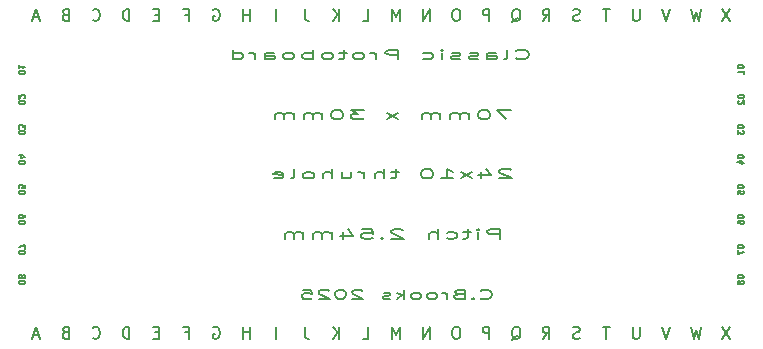
<source format=gbr>
%TF.GenerationSoftware,KiCad,Pcbnew,9.0.1*%
%TF.CreationDate,2025-05-06T23:47:46-04:00*%
%TF.ProjectId,classic-protoboard_10x24,636c6173-7369-4632-9d70-726f746f626f,rev?*%
%TF.SameCoordinates,Original*%
%TF.FileFunction,Legend,Bot*%
%TF.FilePolarity,Positive*%
%FSLAX46Y46*%
G04 Gerber Fmt 4.6, Leading zero omitted, Abs format (unit mm)*
G04 Created by KiCad (PCBNEW 9.0.1) date 2025-05-06 23:47:46*
%MOMM*%
%LPD*%
G01*
G04 APERTURE LIST*
%ADD10C,0.150000*%
%ADD11C,0.127000*%
%ADD12C,0.156250*%
%ADD13C,0.200000*%
%ADD14C,2.300000*%
%ADD15O,3.148000X1.624000*%
%ADD16C,1.624000*%
G04 APERTURE END LIST*
D10*
X134308095Y-116432438D02*
X134403333Y-116384819D01*
X134403333Y-116384819D02*
X134546190Y-116384819D01*
X134546190Y-116384819D02*
X134689047Y-116432438D01*
X134689047Y-116432438D02*
X134784285Y-116527676D01*
X134784285Y-116527676D02*
X134831904Y-116622914D01*
X134831904Y-116622914D02*
X134879523Y-116813390D01*
X134879523Y-116813390D02*
X134879523Y-116956247D01*
X134879523Y-116956247D02*
X134831904Y-117146723D01*
X134831904Y-117146723D02*
X134784285Y-117241961D01*
X134784285Y-117241961D02*
X134689047Y-117337200D01*
X134689047Y-117337200D02*
X134546190Y-117384819D01*
X134546190Y-117384819D02*
X134450952Y-117384819D01*
X134450952Y-117384819D02*
X134308095Y-117337200D01*
X134308095Y-117337200D02*
X134260476Y-117289580D01*
X134260476Y-117289580D02*
X134260476Y-116956247D01*
X134260476Y-116956247D02*
X134450952Y-116956247D01*
X144991904Y-90474819D02*
X144991904Y-89474819D01*
X144420476Y-90474819D02*
X144849047Y-89903390D01*
X144420476Y-89474819D02*
X144991904Y-90046247D01*
X139649999Y-90474819D02*
X139649999Y-89474819D01*
X178083332Y-116384819D02*
X177416666Y-117384819D01*
X177416666Y-116384819D02*
X178083332Y-117384819D01*
X131887142Y-116861009D02*
X132220475Y-116861009D01*
X132220475Y-117384819D02*
X132220475Y-116384819D01*
X132220475Y-116384819D02*
X131744285Y-116384819D01*
D11*
X178720406Y-107023904D02*
X178720406Y-107072285D01*
X178720406Y-107072285D02*
X178744596Y-107120666D01*
X178744596Y-107120666D02*
X178768787Y-107144856D01*
X178768787Y-107144856D02*
X178817168Y-107169047D01*
X178817168Y-107169047D02*
X178913930Y-107193237D01*
X178913930Y-107193237D02*
X179034882Y-107193237D01*
X179034882Y-107193237D02*
X179131644Y-107169047D01*
X179131644Y-107169047D02*
X179180025Y-107144856D01*
X179180025Y-107144856D02*
X179204216Y-107120666D01*
X179204216Y-107120666D02*
X179228406Y-107072285D01*
X179228406Y-107072285D02*
X179228406Y-107023904D01*
X179228406Y-107023904D02*
X179204216Y-106975523D01*
X179204216Y-106975523D02*
X179180025Y-106951332D01*
X179180025Y-106951332D02*
X179131644Y-106927142D01*
X179131644Y-106927142D02*
X179034882Y-106902951D01*
X179034882Y-106902951D02*
X178913930Y-106902951D01*
X178913930Y-106902951D02*
X178817168Y-106927142D01*
X178817168Y-106927142D02*
X178768787Y-106951332D01*
X178768787Y-106951332D02*
X178744596Y-106975523D01*
X178744596Y-106975523D02*
X178720406Y-107023904D01*
X178720406Y-107628666D02*
X178720406Y-107531904D01*
X178720406Y-107531904D02*
X178744596Y-107483523D01*
X178744596Y-107483523D02*
X178768787Y-107459333D01*
X178768787Y-107459333D02*
X178841358Y-107410952D01*
X178841358Y-107410952D02*
X178938120Y-107386761D01*
X178938120Y-107386761D02*
X179131644Y-107386761D01*
X179131644Y-107386761D02*
X179180025Y-107410952D01*
X179180025Y-107410952D02*
X179204216Y-107435142D01*
X179204216Y-107435142D02*
X179228406Y-107483523D01*
X179228406Y-107483523D02*
X179228406Y-107580285D01*
X179228406Y-107580285D02*
X179204216Y-107628666D01*
X179204216Y-107628666D02*
X179180025Y-107652857D01*
X179180025Y-107652857D02*
X179131644Y-107677047D01*
X179131644Y-107677047D02*
X179010692Y-107677047D01*
X179010692Y-107677047D02*
X178962311Y-107652857D01*
X178962311Y-107652857D02*
X178938120Y-107628666D01*
X178938120Y-107628666D02*
X178913930Y-107580285D01*
X178913930Y-107580285D02*
X178913930Y-107483523D01*
X178913930Y-107483523D02*
X178938120Y-107435142D01*
X178938120Y-107435142D02*
X178962311Y-107410952D01*
X178962311Y-107410952D02*
X179010692Y-107386761D01*
D12*
X156947142Y-113955779D02*
X157018570Y-113993875D01*
X157018570Y-113993875D02*
X157232856Y-114031970D01*
X157232856Y-114031970D02*
X157375713Y-114031970D01*
X157375713Y-114031970D02*
X157589999Y-113993875D01*
X157589999Y-113993875D02*
X157732856Y-113917684D01*
X157732856Y-113917684D02*
X157804285Y-113841494D01*
X157804285Y-113841494D02*
X157875713Y-113689113D01*
X157875713Y-113689113D02*
X157875713Y-113574827D01*
X157875713Y-113574827D02*
X157804285Y-113422446D01*
X157804285Y-113422446D02*
X157732856Y-113346255D01*
X157732856Y-113346255D02*
X157589999Y-113270065D01*
X157589999Y-113270065D02*
X157375713Y-113231970D01*
X157375713Y-113231970D02*
X157232856Y-113231970D01*
X157232856Y-113231970D02*
X157018570Y-113270065D01*
X157018570Y-113270065D02*
X156947142Y-113308160D01*
X156304285Y-113955779D02*
X156232856Y-113993875D01*
X156232856Y-113993875D02*
X156304285Y-114031970D01*
X156304285Y-114031970D02*
X156375713Y-113993875D01*
X156375713Y-113993875D02*
X156304285Y-113955779D01*
X156304285Y-113955779D02*
X156304285Y-114031970D01*
X155089999Y-113612922D02*
X154875713Y-113651017D01*
X154875713Y-113651017D02*
X154804284Y-113689113D01*
X154804284Y-113689113D02*
X154732856Y-113765303D01*
X154732856Y-113765303D02*
X154732856Y-113879589D01*
X154732856Y-113879589D02*
X154804284Y-113955779D01*
X154804284Y-113955779D02*
X154875713Y-113993875D01*
X154875713Y-113993875D02*
X155018570Y-114031970D01*
X155018570Y-114031970D02*
X155589999Y-114031970D01*
X155589999Y-114031970D02*
X155589999Y-113231970D01*
X155589999Y-113231970D02*
X155089999Y-113231970D01*
X155089999Y-113231970D02*
X154947142Y-113270065D01*
X154947142Y-113270065D02*
X154875713Y-113308160D01*
X154875713Y-113308160D02*
X154804284Y-113384351D01*
X154804284Y-113384351D02*
X154804284Y-113460541D01*
X154804284Y-113460541D02*
X154875713Y-113536732D01*
X154875713Y-113536732D02*
X154947142Y-113574827D01*
X154947142Y-113574827D02*
X155089999Y-113612922D01*
X155089999Y-113612922D02*
X155589999Y-113612922D01*
X154089999Y-114031970D02*
X154089999Y-113498636D01*
X154089999Y-113651017D02*
X154018570Y-113574827D01*
X154018570Y-113574827D02*
X153947142Y-113536732D01*
X153947142Y-113536732D02*
X153804284Y-113498636D01*
X153804284Y-113498636D02*
X153661427Y-113498636D01*
X152947142Y-114031970D02*
X153089999Y-113993875D01*
X153089999Y-113993875D02*
X153161428Y-113955779D01*
X153161428Y-113955779D02*
X153232856Y-113879589D01*
X153232856Y-113879589D02*
X153232856Y-113651017D01*
X153232856Y-113651017D02*
X153161428Y-113574827D01*
X153161428Y-113574827D02*
X153089999Y-113536732D01*
X153089999Y-113536732D02*
X152947142Y-113498636D01*
X152947142Y-113498636D02*
X152732856Y-113498636D01*
X152732856Y-113498636D02*
X152589999Y-113536732D01*
X152589999Y-113536732D02*
X152518571Y-113574827D01*
X152518571Y-113574827D02*
X152447142Y-113651017D01*
X152447142Y-113651017D02*
X152447142Y-113879589D01*
X152447142Y-113879589D02*
X152518571Y-113955779D01*
X152518571Y-113955779D02*
X152589999Y-113993875D01*
X152589999Y-113993875D02*
X152732856Y-114031970D01*
X152732856Y-114031970D02*
X152947142Y-114031970D01*
X151589999Y-114031970D02*
X151732856Y-113993875D01*
X151732856Y-113993875D02*
X151804285Y-113955779D01*
X151804285Y-113955779D02*
X151875713Y-113879589D01*
X151875713Y-113879589D02*
X151875713Y-113651017D01*
X151875713Y-113651017D02*
X151804285Y-113574827D01*
X151804285Y-113574827D02*
X151732856Y-113536732D01*
X151732856Y-113536732D02*
X151589999Y-113498636D01*
X151589999Y-113498636D02*
X151375713Y-113498636D01*
X151375713Y-113498636D02*
X151232856Y-113536732D01*
X151232856Y-113536732D02*
X151161428Y-113574827D01*
X151161428Y-113574827D02*
X151089999Y-113651017D01*
X151089999Y-113651017D02*
X151089999Y-113879589D01*
X151089999Y-113879589D02*
X151161428Y-113955779D01*
X151161428Y-113955779D02*
X151232856Y-113993875D01*
X151232856Y-113993875D02*
X151375713Y-114031970D01*
X151375713Y-114031970D02*
X151589999Y-114031970D01*
X150447142Y-114031970D02*
X150447142Y-113231970D01*
X150304285Y-113727208D02*
X149875713Y-114031970D01*
X149875713Y-113498636D02*
X150447142Y-113803398D01*
X149304284Y-113993875D02*
X149161427Y-114031970D01*
X149161427Y-114031970D02*
X148875713Y-114031970D01*
X148875713Y-114031970D02*
X148732856Y-113993875D01*
X148732856Y-113993875D02*
X148661427Y-113917684D01*
X148661427Y-113917684D02*
X148661427Y-113879589D01*
X148661427Y-113879589D02*
X148732856Y-113803398D01*
X148732856Y-113803398D02*
X148875713Y-113765303D01*
X148875713Y-113765303D02*
X149089999Y-113765303D01*
X149089999Y-113765303D02*
X149232856Y-113727208D01*
X149232856Y-113727208D02*
X149304284Y-113651017D01*
X149304284Y-113651017D02*
X149304284Y-113612922D01*
X149304284Y-113612922D02*
X149232856Y-113536732D01*
X149232856Y-113536732D02*
X149089999Y-113498636D01*
X149089999Y-113498636D02*
X148875713Y-113498636D01*
X148875713Y-113498636D02*
X148732856Y-113536732D01*
X146947141Y-113308160D02*
X146875713Y-113270065D01*
X146875713Y-113270065D02*
X146732856Y-113231970D01*
X146732856Y-113231970D02*
X146375713Y-113231970D01*
X146375713Y-113231970D02*
X146232856Y-113270065D01*
X146232856Y-113270065D02*
X146161427Y-113308160D01*
X146161427Y-113308160D02*
X146089998Y-113384351D01*
X146089998Y-113384351D02*
X146089998Y-113460541D01*
X146089998Y-113460541D02*
X146161427Y-113574827D01*
X146161427Y-113574827D02*
X147018570Y-114031970D01*
X147018570Y-114031970D02*
X146089998Y-114031970D01*
X145161427Y-113231970D02*
X145018570Y-113231970D01*
X145018570Y-113231970D02*
X144875713Y-113270065D01*
X144875713Y-113270065D02*
X144804285Y-113308160D01*
X144804285Y-113308160D02*
X144732856Y-113384351D01*
X144732856Y-113384351D02*
X144661427Y-113536732D01*
X144661427Y-113536732D02*
X144661427Y-113727208D01*
X144661427Y-113727208D02*
X144732856Y-113879589D01*
X144732856Y-113879589D02*
X144804285Y-113955779D01*
X144804285Y-113955779D02*
X144875713Y-113993875D01*
X144875713Y-113993875D02*
X145018570Y-114031970D01*
X145018570Y-114031970D02*
X145161427Y-114031970D01*
X145161427Y-114031970D02*
X145304285Y-113993875D01*
X145304285Y-113993875D02*
X145375713Y-113955779D01*
X145375713Y-113955779D02*
X145447142Y-113879589D01*
X145447142Y-113879589D02*
X145518570Y-113727208D01*
X145518570Y-113727208D02*
X145518570Y-113536732D01*
X145518570Y-113536732D02*
X145447142Y-113384351D01*
X145447142Y-113384351D02*
X145375713Y-113308160D01*
X145375713Y-113308160D02*
X145304285Y-113270065D01*
X145304285Y-113270065D02*
X145161427Y-113231970D01*
X144089999Y-113308160D02*
X144018571Y-113270065D01*
X144018571Y-113270065D02*
X143875714Y-113231970D01*
X143875714Y-113231970D02*
X143518571Y-113231970D01*
X143518571Y-113231970D02*
X143375714Y-113270065D01*
X143375714Y-113270065D02*
X143304285Y-113308160D01*
X143304285Y-113308160D02*
X143232856Y-113384351D01*
X143232856Y-113384351D02*
X143232856Y-113460541D01*
X143232856Y-113460541D02*
X143304285Y-113574827D01*
X143304285Y-113574827D02*
X144161428Y-114031970D01*
X144161428Y-114031970D02*
X143232856Y-114031970D01*
X141875714Y-113231970D02*
X142590000Y-113231970D01*
X142590000Y-113231970D02*
X142661428Y-113612922D01*
X142661428Y-113612922D02*
X142590000Y-113574827D01*
X142590000Y-113574827D02*
X142447143Y-113536732D01*
X142447143Y-113536732D02*
X142090000Y-113536732D01*
X142090000Y-113536732D02*
X141947143Y-113574827D01*
X141947143Y-113574827D02*
X141875714Y-113612922D01*
X141875714Y-113612922D02*
X141804285Y-113689113D01*
X141804285Y-113689113D02*
X141804285Y-113879589D01*
X141804285Y-113879589D02*
X141875714Y-113955779D01*
X141875714Y-113955779D02*
X141947143Y-113993875D01*
X141947143Y-113993875D02*
X142090000Y-114031970D01*
X142090000Y-114031970D02*
X142447143Y-114031970D01*
X142447143Y-114031970D02*
X142590000Y-113993875D01*
X142590000Y-113993875D02*
X142661428Y-113955779D01*
D13*
X158555714Y-108919695D02*
X158555714Y-108119695D01*
X158555714Y-108119695D02*
X157870000Y-108119695D01*
X157870000Y-108119695D02*
X157698571Y-108157790D01*
X157698571Y-108157790D02*
X157612857Y-108195885D01*
X157612857Y-108195885D02*
X157527143Y-108272076D01*
X157527143Y-108272076D02*
X157527143Y-108386361D01*
X157527143Y-108386361D02*
X157612857Y-108462552D01*
X157612857Y-108462552D02*
X157698571Y-108500647D01*
X157698571Y-108500647D02*
X157870000Y-108538742D01*
X157870000Y-108538742D02*
X158555714Y-108538742D01*
X156755714Y-108919695D02*
X156755714Y-108386361D01*
X156755714Y-108119695D02*
X156841428Y-108157790D01*
X156841428Y-108157790D02*
X156755714Y-108195885D01*
X156755714Y-108195885D02*
X156670000Y-108157790D01*
X156670000Y-108157790D02*
X156755714Y-108119695D01*
X156755714Y-108119695D02*
X156755714Y-108195885D01*
X156155714Y-108386361D02*
X155470000Y-108386361D01*
X155898571Y-108119695D02*
X155898571Y-108805409D01*
X155898571Y-108805409D02*
X155812857Y-108881600D01*
X155812857Y-108881600D02*
X155641428Y-108919695D01*
X155641428Y-108919695D02*
X155470000Y-108919695D01*
X154098572Y-108881600D02*
X154270000Y-108919695D01*
X154270000Y-108919695D02*
X154612857Y-108919695D01*
X154612857Y-108919695D02*
X154784286Y-108881600D01*
X154784286Y-108881600D02*
X154870000Y-108843504D01*
X154870000Y-108843504D02*
X154955714Y-108767314D01*
X154955714Y-108767314D02*
X154955714Y-108538742D01*
X154955714Y-108538742D02*
X154870000Y-108462552D01*
X154870000Y-108462552D02*
X154784286Y-108424457D01*
X154784286Y-108424457D02*
X154612857Y-108386361D01*
X154612857Y-108386361D02*
X154270000Y-108386361D01*
X154270000Y-108386361D02*
X154098572Y-108424457D01*
X153327143Y-108919695D02*
X153327143Y-108119695D01*
X152555715Y-108919695D02*
X152555715Y-108500647D01*
X152555715Y-108500647D02*
X152641429Y-108424457D01*
X152641429Y-108424457D02*
X152812857Y-108386361D01*
X152812857Y-108386361D02*
X153070000Y-108386361D01*
X153070000Y-108386361D02*
X153241429Y-108424457D01*
X153241429Y-108424457D02*
X153327143Y-108462552D01*
X150412857Y-108195885D02*
X150327143Y-108157790D01*
X150327143Y-108157790D02*
X150155715Y-108119695D01*
X150155715Y-108119695D02*
X149727143Y-108119695D01*
X149727143Y-108119695D02*
X149555715Y-108157790D01*
X149555715Y-108157790D02*
X149470000Y-108195885D01*
X149470000Y-108195885D02*
X149384286Y-108272076D01*
X149384286Y-108272076D02*
X149384286Y-108348266D01*
X149384286Y-108348266D02*
X149470000Y-108462552D01*
X149470000Y-108462552D02*
X150498572Y-108919695D01*
X150498572Y-108919695D02*
X149384286Y-108919695D01*
X148612857Y-108843504D02*
X148527143Y-108881600D01*
X148527143Y-108881600D02*
X148612857Y-108919695D01*
X148612857Y-108919695D02*
X148698571Y-108881600D01*
X148698571Y-108881600D02*
X148612857Y-108843504D01*
X148612857Y-108843504D02*
X148612857Y-108919695D01*
X146898571Y-108119695D02*
X147755714Y-108119695D01*
X147755714Y-108119695D02*
X147841428Y-108500647D01*
X147841428Y-108500647D02*
X147755714Y-108462552D01*
X147755714Y-108462552D02*
X147584286Y-108424457D01*
X147584286Y-108424457D02*
X147155714Y-108424457D01*
X147155714Y-108424457D02*
X146984286Y-108462552D01*
X146984286Y-108462552D02*
X146898571Y-108500647D01*
X146898571Y-108500647D02*
X146812857Y-108576838D01*
X146812857Y-108576838D02*
X146812857Y-108767314D01*
X146812857Y-108767314D02*
X146898571Y-108843504D01*
X146898571Y-108843504D02*
X146984286Y-108881600D01*
X146984286Y-108881600D02*
X147155714Y-108919695D01*
X147155714Y-108919695D02*
X147584286Y-108919695D01*
X147584286Y-108919695D02*
X147755714Y-108881600D01*
X147755714Y-108881600D02*
X147841428Y-108843504D01*
X145270000Y-108386361D02*
X145270000Y-108919695D01*
X145698571Y-108081600D02*
X146127142Y-108653028D01*
X146127142Y-108653028D02*
X145012857Y-108653028D01*
X144327142Y-108919695D02*
X144327142Y-108386361D01*
X144327142Y-108462552D02*
X144241428Y-108424457D01*
X144241428Y-108424457D02*
X144069999Y-108386361D01*
X144069999Y-108386361D02*
X143812856Y-108386361D01*
X143812856Y-108386361D02*
X143641428Y-108424457D01*
X143641428Y-108424457D02*
X143555714Y-108500647D01*
X143555714Y-108500647D02*
X143555714Y-108919695D01*
X143555714Y-108500647D02*
X143469999Y-108424457D01*
X143469999Y-108424457D02*
X143298571Y-108386361D01*
X143298571Y-108386361D02*
X143041428Y-108386361D01*
X143041428Y-108386361D02*
X142869999Y-108424457D01*
X142869999Y-108424457D02*
X142784285Y-108500647D01*
X142784285Y-108500647D02*
X142784285Y-108919695D01*
X141927142Y-108919695D02*
X141927142Y-108386361D01*
X141927142Y-108462552D02*
X141841428Y-108424457D01*
X141841428Y-108424457D02*
X141669999Y-108386361D01*
X141669999Y-108386361D02*
X141412856Y-108386361D01*
X141412856Y-108386361D02*
X141241428Y-108424457D01*
X141241428Y-108424457D02*
X141155714Y-108500647D01*
X141155714Y-108500647D02*
X141155714Y-108919695D01*
X141155714Y-108500647D02*
X141069999Y-108424457D01*
X141069999Y-108424457D02*
X140898571Y-108386361D01*
X140898571Y-108386361D02*
X140641428Y-108386361D01*
X140641428Y-108386361D02*
X140469999Y-108424457D01*
X140469999Y-108424457D02*
X140384285Y-108500647D01*
X140384285Y-108500647D02*
X140384285Y-108919695D01*
D10*
X165335713Y-117337200D02*
X165192856Y-117384819D01*
X165192856Y-117384819D02*
X164954761Y-117384819D01*
X164954761Y-117384819D02*
X164859523Y-117337200D01*
X164859523Y-117337200D02*
X164811904Y-117289580D01*
X164811904Y-117289580D02*
X164764285Y-117194342D01*
X164764285Y-117194342D02*
X164764285Y-117099104D01*
X164764285Y-117099104D02*
X164811904Y-117003866D01*
X164811904Y-117003866D02*
X164859523Y-116956247D01*
X164859523Y-116956247D02*
X164954761Y-116908628D01*
X164954761Y-116908628D02*
X165145237Y-116861009D01*
X165145237Y-116861009D02*
X165240475Y-116813390D01*
X165240475Y-116813390D02*
X165288094Y-116765771D01*
X165288094Y-116765771D02*
X165335713Y-116670533D01*
X165335713Y-116670533D02*
X165335713Y-116575295D01*
X165335713Y-116575295D02*
X165288094Y-116480057D01*
X165288094Y-116480057D02*
X165240475Y-116432438D01*
X165240475Y-116432438D02*
X165145237Y-116384819D01*
X165145237Y-116384819D02*
X164907142Y-116384819D01*
X164907142Y-116384819D02*
X164764285Y-116432438D01*
X131887142Y-89951009D02*
X132220475Y-89951009D01*
X132220475Y-90474819D02*
X132220475Y-89474819D01*
X132220475Y-89474819D02*
X131744285Y-89474819D01*
X150143332Y-90474819D02*
X150143332Y-89474819D01*
X150143332Y-89474819D02*
X149809999Y-90189104D01*
X149809999Y-90189104D02*
X149476666Y-89474819D01*
X149476666Y-89474819D02*
X149476666Y-90474819D01*
X139649999Y-117384819D02*
X139649999Y-116384819D01*
X159589047Y-117480057D02*
X159684285Y-117432438D01*
X159684285Y-117432438D02*
X159779523Y-117337200D01*
X159779523Y-117337200D02*
X159922380Y-117194342D01*
X159922380Y-117194342D02*
X160017618Y-117146723D01*
X160017618Y-117146723D02*
X160112856Y-117146723D01*
X160065237Y-117384819D02*
X160160475Y-117337200D01*
X160160475Y-117337200D02*
X160255713Y-117241961D01*
X160255713Y-117241961D02*
X160303332Y-117051485D01*
X160303332Y-117051485D02*
X160303332Y-116718152D01*
X160303332Y-116718152D02*
X160255713Y-116527676D01*
X160255713Y-116527676D02*
X160160475Y-116432438D01*
X160160475Y-116432438D02*
X160065237Y-116384819D01*
X160065237Y-116384819D02*
X159874761Y-116384819D01*
X159874761Y-116384819D02*
X159779523Y-116432438D01*
X159779523Y-116432438D02*
X159684285Y-116527676D01*
X159684285Y-116527676D02*
X159636666Y-116718152D01*
X159636666Y-116718152D02*
X159636666Y-117051485D01*
X159636666Y-117051485D02*
X159684285Y-117241961D01*
X159684285Y-117241961D02*
X159779523Y-117337200D01*
X159779523Y-117337200D02*
X159874761Y-117384819D01*
X159874761Y-117384819D02*
X160065237Y-117384819D01*
D11*
X118369593Y-99936095D02*
X118369593Y-99887714D01*
X118369593Y-99887714D02*
X118345403Y-99839333D01*
X118345403Y-99839333D02*
X118321212Y-99815143D01*
X118321212Y-99815143D02*
X118272831Y-99790952D01*
X118272831Y-99790952D02*
X118176069Y-99766762D01*
X118176069Y-99766762D02*
X118055117Y-99766762D01*
X118055117Y-99766762D02*
X117958355Y-99790952D01*
X117958355Y-99790952D02*
X117909974Y-99815143D01*
X117909974Y-99815143D02*
X117885784Y-99839333D01*
X117885784Y-99839333D02*
X117861593Y-99887714D01*
X117861593Y-99887714D02*
X117861593Y-99936095D01*
X117861593Y-99936095D02*
X117885784Y-99984476D01*
X117885784Y-99984476D02*
X117909974Y-100008667D01*
X117909974Y-100008667D02*
X117958355Y-100032857D01*
X117958355Y-100032857D02*
X118055117Y-100057048D01*
X118055117Y-100057048D02*
X118176069Y-100057048D01*
X118176069Y-100057048D02*
X118272831Y-100032857D01*
X118272831Y-100032857D02*
X118321212Y-100008667D01*
X118321212Y-100008667D02*
X118345403Y-99984476D01*
X118345403Y-99984476D02*
X118369593Y-99936095D01*
X118369593Y-99597428D02*
X118369593Y-99282952D01*
X118369593Y-99282952D02*
X118176069Y-99452285D01*
X118176069Y-99452285D02*
X118176069Y-99379714D01*
X118176069Y-99379714D02*
X118151879Y-99331333D01*
X118151879Y-99331333D02*
X118127688Y-99307142D01*
X118127688Y-99307142D02*
X118079307Y-99282952D01*
X118079307Y-99282952D02*
X117958355Y-99282952D01*
X117958355Y-99282952D02*
X117909974Y-99307142D01*
X117909974Y-99307142D02*
X117885784Y-99331333D01*
X117885784Y-99331333D02*
X117861593Y-99379714D01*
X117861593Y-99379714D02*
X117861593Y-99524857D01*
X117861593Y-99524857D02*
X117885784Y-99573238D01*
X117885784Y-99573238D02*
X117909974Y-99597428D01*
D10*
X121798571Y-116861009D02*
X121655714Y-116908628D01*
X121655714Y-116908628D02*
X121608095Y-116956247D01*
X121608095Y-116956247D02*
X121560476Y-117051485D01*
X121560476Y-117051485D02*
X121560476Y-117194342D01*
X121560476Y-117194342D02*
X121608095Y-117289580D01*
X121608095Y-117289580D02*
X121655714Y-117337200D01*
X121655714Y-117337200D02*
X121750952Y-117384819D01*
X121750952Y-117384819D02*
X122131904Y-117384819D01*
X122131904Y-117384819D02*
X122131904Y-116384819D01*
X122131904Y-116384819D02*
X121798571Y-116384819D01*
X121798571Y-116384819D02*
X121703333Y-116432438D01*
X121703333Y-116432438D02*
X121655714Y-116480057D01*
X121655714Y-116480057D02*
X121608095Y-116575295D01*
X121608095Y-116575295D02*
X121608095Y-116670533D01*
X121608095Y-116670533D02*
X121655714Y-116765771D01*
X121655714Y-116765771D02*
X121703333Y-116813390D01*
X121703333Y-116813390D02*
X121798571Y-116861009D01*
X121798571Y-116861009D02*
X122131904Y-116861009D01*
X159589047Y-90570057D02*
X159684285Y-90522438D01*
X159684285Y-90522438D02*
X159779523Y-90427200D01*
X159779523Y-90427200D02*
X159922380Y-90284342D01*
X159922380Y-90284342D02*
X160017618Y-90236723D01*
X160017618Y-90236723D02*
X160112856Y-90236723D01*
X160065237Y-90474819D02*
X160160475Y-90427200D01*
X160160475Y-90427200D02*
X160255713Y-90331961D01*
X160255713Y-90331961D02*
X160303332Y-90141485D01*
X160303332Y-90141485D02*
X160303332Y-89808152D01*
X160303332Y-89808152D02*
X160255713Y-89617676D01*
X160255713Y-89617676D02*
X160160475Y-89522438D01*
X160160475Y-89522438D02*
X160065237Y-89474819D01*
X160065237Y-89474819D02*
X159874761Y-89474819D01*
X159874761Y-89474819D02*
X159779523Y-89522438D01*
X159779523Y-89522438D02*
X159684285Y-89617676D01*
X159684285Y-89617676D02*
X159636666Y-89808152D01*
X159636666Y-89808152D02*
X159636666Y-90141485D01*
X159636666Y-90141485D02*
X159684285Y-90331961D01*
X159684285Y-90331961D02*
X159779523Y-90427200D01*
X159779523Y-90427200D02*
X159874761Y-90474819D01*
X159874761Y-90474819D02*
X160065237Y-90474819D01*
D11*
X118369593Y-105016095D02*
X118369593Y-104967714D01*
X118369593Y-104967714D02*
X118345403Y-104919333D01*
X118345403Y-104919333D02*
X118321212Y-104895143D01*
X118321212Y-104895143D02*
X118272831Y-104870952D01*
X118272831Y-104870952D02*
X118176069Y-104846762D01*
X118176069Y-104846762D02*
X118055117Y-104846762D01*
X118055117Y-104846762D02*
X117958355Y-104870952D01*
X117958355Y-104870952D02*
X117909974Y-104895143D01*
X117909974Y-104895143D02*
X117885784Y-104919333D01*
X117885784Y-104919333D02*
X117861593Y-104967714D01*
X117861593Y-104967714D02*
X117861593Y-105016095D01*
X117861593Y-105016095D02*
X117885784Y-105064476D01*
X117885784Y-105064476D02*
X117909974Y-105088667D01*
X117909974Y-105088667D02*
X117958355Y-105112857D01*
X117958355Y-105112857D02*
X118055117Y-105137048D01*
X118055117Y-105137048D02*
X118176069Y-105137048D01*
X118176069Y-105137048D02*
X118272831Y-105112857D01*
X118272831Y-105112857D02*
X118321212Y-105088667D01*
X118321212Y-105088667D02*
X118345403Y-105064476D01*
X118345403Y-105064476D02*
X118369593Y-105016095D01*
X118369593Y-104387142D02*
X118369593Y-104629047D01*
X118369593Y-104629047D02*
X118127688Y-104653238D01*
X118127688Y-104653238D02*
X118151879Y-104629047D01*
X118151879Y-104629047D02*
X118176069Y-104580666D01*
X118176069Y-104580666D02*
X118176069Y-104459714D01*
X118176069Y-104459714D02*
X118151879Y-104411333D01*
X118151879Y-104411333D02*
X118127688Y-104387142D01*
X118127688Y-104387142D02*
X118079307Y-104362952D01*
X118079307Y-104362952D02*
X117958355Y-104362952D01*
X117958355Y-104362952D02*
X117909974Y-104387142D01*
X117909974Y-104387142D02*
X117885784Y-104411333D01*
X117885784Y-104411333D02*
X117861593Y-104459714D01*
X117861593Y-104459714D02*
X117861593Y-104580666D01*
X117861593Y-104580666D02*
X117885784Y-104629047D01*
X117885784Y-104629047D02*
X117909974Y-104653238D01*
X178720406Y-94323904D02*
X178720406Y-94372285D01*
X178720406Y-94372285D02*
X178744596Y-94420666D01*
X178744596Y-94420666D02*
X178768787Y-94444856D01*
X178768787Y-94444856D02*
X178817168Y-94469047D01*
X178817168Y-94469047D02*
X178913930Y-94493237D01*
X178913930Y-94493237D02*
X179034882Y-94493237D01*
X179034882Y-94493237D02*
X179131644Y-94469047D01*
X179131644Y-94469047D02*
X179180025Y-94444856D01*
X179180025Y-94444856D02*
X179204216Y-94420666D01*
X179204216Y-94420666D02*
X179228406Y-94372285D01*
X179228406Y-94372285D02*
X179228406Y-94323904D01*
X179228406Y-94323904D02*
X179204216Y-94275523D01*
X179204216Y-94275523D02*
X179180025Y-94251332D01*
X179180025Y-94251332D02*
X179131644Y-94227142D01*
X179131644Y-94227142D02*
X179034882Y-94202951D01*
X179034882Y-94202951D02*
X178913930Y-94202951D01*
X178913930Y-94202951D02*
X178817168Y-94227142D01*
X178817168Y-94227142D02*
X178768787Y-94251332D01*
X178768787Y-94251332D02*
X178744596Y-94275523D01*
X178744596Y-94275523D02*
X178720406Y-94323904D01*
X179228406Y-94977047D02*
X179228406Y-94686761D01*
X179228406Y-94831904D02*
X178720406Y-94831904D01*
X178720406Y-94831904D02*
X178792977Y-94783523D01*
X178792977Y-94783523D02*
X178841358Y-94735142D01*
X178841358Y-94735142D02*
X178865549Y-94686761D01*
X118369593Y-97396095D02*
X118369593Y-97347714D01*
X118369593Y-97347714D02*
X118345403Y-97299333D01*
X118345403Y-97299333D02*
X118321212Y-97275143D01*
X118321212Y-97275143D02*
X118272831Y-97250952D01*
X118272831Y-97250952D02*
X118176069Y-97226762D01*
X118176069Y-97226762D02*
X118055117Y-97226762D01*
X118055117Y-97226762D02*
X117958355Y-97250952D01*
X117958355Y-97250952D02*
X117909974Y-97275143D01*
X117909974Y-97275143D02*
X117885784Y-97299333D01*
X117885784Y-97299333D02*
X117861593Y-97347714D01*
X117861593Y-97347714D02*
X117861593Y-97396095D01*
X117861593Y-97396095D02*
X117885784Y-97444476D01*
X117885784Y-97444476D02*
X117909974Y-97468667D01*
X117909974Y-97468667D02*
X117958355Y-97492857D01*
X117958355Y-97492857D02*
X118055117Y-97517048D01*
X118055117Y-97517048D02*
X118176069Y-97517048D01*
X118176069Y-97517048D02*
X118272831Y-97492857D01*
X118272831Y-97492857D02*
X118321212Y-97468667D01*
X118321212Y-97468667D02*
X118345403Y-97444476D01*
X118345403Y-97444476D02*
X118369593Y-97396095D01*
X118321212Y-97033238D02*
X118345403Y-97009047D01*
X118345403Y-97009047D02*
X118369593Y-96960666D01*
X118369593Y-96960666D02*
X118369593Y-96839714D01*
X118369593Y-96839714D02*
X118345403Y-96791333D01*
X118345403Y-96791333D02*
X118321212Y-96767142D01*
X118321212Y-96767142D02*
X118272831Y-96742952D01*
X118272831Y-96742952D02*
X118224450Y-96742952D01*
X118224450Y-96742952D02*
X118151879Y-96767142D01*
X118151879Y-96767142D02*
X117861593Y-97057428D01*
X117861593Y-97057428D02*
X117861593Y-96742952D01*
D10*
X124100476Y-117289580D02*
X124148095Y-117337200D01*
X124148095Y-117337200D02*
X124290952Y-117384819D01*
X124290952Y-117384819D02*
X124386190Y-117384819D01*
X124386190Y-117384819D02*
X124529047Y-117337200D01*
X124529047Y-117337200D02*
X124624285Y-117241961D01*
X124624285Y-117241961D02*
X124671904Y-117146723D01*
X124671904Y-117146723D02*
X124719523Y-116956247D01*
X124719523Y-116956247D02*
X124719523Y-116813390D01*
X124719523Y-116813390D02*
X124671904Y-116622914D01*
X124671904Y-116622914D02*
X124624285Y-116527676D01*
X124624285Y-116527676D02*
X124529047Y-116432438D01*
X124529047Y-116432438D02*
X124386190Y-116384819D01*
X124386190Y-116384819D02*
X124290952Y-116384819D01*
X124290952Y-116384819D02*
X124148095Y-116432438D01*
X124148095Y-116432438D02*
X124100476Y-116480057D01*
X165335713Y-90427200D02*
X165192856Y-90474819D01*
X165192856Y-90474819D02*
X164954761Y-90474819D01*
X164954761Y-90474819D02*
X164859523Y-90427200D01*
X164859523Y-90427200D02*
X164811904Y-90379580D01*
X164811904Y-90379580D02*
X164764285Y-90284342D01*
X164764285Y-90284342D02*
X164764285Y-90189104D01*
X164764285Y-90189104D02*
X164811904Y-90093866D01*
X164811904Y-90093866D02*
X164859523Y-90046247D01*
X164859523Y-90046247D02*
X164954761Y-89998628D01*
X164954761Y-89998628D02*
X165145237Y-89951009D01*
X165145237Y-89951009D02*
X165240475Y-89903390D01*
X165240475Y-89903390D02*
X165288094Y-89855771D01*
X165288094Y-89855771D02*
X165335713Y-89760533D01*
X165335713Y-89760533D02*
X165335713Y-89665295D01*
X165335713Y-89665295D02*
X165288094Y-89570057D01*
X165288094Y-89570057D02*
X165240475Y-89522438D01*
X165240475Y-89522438D02*
X165145237Y-89474819D01*
X165145237Y-89474819D02*
X164907142Y-89474819D01*
X164907142Y-89474819D02*
X164764285Y-89522438D01*
X173003332Y-89474819D02*
X172669999Y-90474819D01*
X172669999Y-90474819D02*
X172336666Y-89474819D01*
X154985237Y-89474819D02*
X154794761Y-89474819D01*
X154794761Y-89474819D02*
X154699523Y-89522438D01*
X154699523Y-89522438D02*
X154604285Y-89617676D01*
X154604285Y-89617676D02*
X154556666Y-89808152D01*
X154556666Y-89808152D02*
X154556666Y-90141485D01*
X154556666Y-90141485D02*
X154604285Y-90331961D01*
X154604285Y-90331961D02*
X154699523Y-90427200D01*
X154699523Y-90427200D02*
X154794761Y-90474819D01*
X154794761Y-90474819D02*
X154985237Y-90474819D01*
X154985237Y-90474819D02*
X155080475Y-90427200D01*
X155080475Y-90427200D02*
X155175713Y-90331961D01*
X155175713Y-90331961D02*
X155223332Y-90141485D01*
X155223332Y-90141485D02*
X155223332Y-89808152D01*
X155223332Y-89808152D02*
X155175713Y-89617676D01*
X155175713Y-89617676D02*
X155080475Y-89522438D01*
X155080475Y-89522438D02*
X154985237Y-89474819D01*
X170415713Y-116384819D02*
X170415713Y-117194342D01*
X170415713Y-117194342D02*
X170368094Y-117289580D01*
X170368094Y-117289580D02*
X170320475Y-117337200D01*
X170320475Y-117337200D02*
X170225237Y-117384819D01*
X170225237Y-117384819D02*
X170034761Y-117384819D01*
X170034761Y-117384819D02*
X169939523Y-117337200D01*
X169939523Y-117337200D02*
X169891904Y-117289580D01*
X169891904Y-117289580D02*
X169844285Y-117194342D01*
X169844285Y-117194342D02*
X169844285Y-116384819D01*
D11*
X118369593Y-112636095D02*
X118369593Y-112587714D01*
X118369593Y-112587714D02*
X118345403Y-112539333D01*
X118345403Y-112539333D02*
X118321212Y-112515143D01*
X118321212Y-112515143D02*
X118272831Y-112490952D01*
X118272831Y-112490952D02*
X118176069Y-112466762D01*
X118176069Y-112466762D02*
X118055117Y-112466762D01*
X118055117Y-112466762D02*
X117958355Y-112490952D01*
X117958355Y-112490952D02*
X117909974Y-112515143D01*
X117909974Y-112515143D02*
X117885784Y-112539333D01*
X117885784Y-112539333D02*
X117861593Y-112587714D01*
X117861593Y-112587714D02*
X117861593Y-112636095D01*
X117861593Y-112636095D02*
X117885784Y-112684476D01*
X117885784Y-112684476D02*
X117909974Y-112708667D01*
X117909974Y-112708667D02*
X117958355Y-112732857D01*
X117958355Y-112732857D02*
X118055117Y-112757048D01*
X118055117Y-112757048D02*
X118176069Y-112757048D01*
X118176069Y-112757048D02*
X118272831Y-112732857D01*
X118272831Y-112732857D02*
X118321212Y-112708667D01*
X118321212Y-112708667D02*
X118345403Y-112684476D01*
X118345403Y-112684476D02*
X118369593Y-112636095D01*
X118151879Y-112176476D02*
X118176069Y-112224857D01*
X118176069Y-112224857D02*
X118200260Y-112249047D01*
X118200260Y-112249047D02*
X118248641Y-112273238D01*
X118248641Y-112273238D02*
X118272831Y-112273238D01*
X118272831Y-112273238D02*
X118321212Y-112249047D01*
X118321212Y-112249047D02*
X118345403Y-112224857D01*
X118345403Y-112224857D02*
X118369593Y-112176476D01*
X118369593Y-112176476D02*
X118369593Y-112079714D01*
X118369593Y-112079714D02*
X118345403Y-112031333D01*
X118345403Y-112031333D02*
X118321212Y-112007142D01*
X118321212Y-112007142D02*
X118272831Y-111982952D01*
X118272831Y-111982952D02*
X118248641Y-111982952D01*
X118248641Y-111982952D02*
X118200260Y-112007142D01*
X118200260Y-112007142D02*
X118176069Y-112031333D01*
X118176069Y-112031333D02*
X118151879Y-112079714D01*
X118151879Y-112079714D02*
X118151879Y-112176476D01*
X118151879Y-112176476D02*
X118127688Y-112224857D01*
X118127688Y-112224857D02*
X118103498Y-112249047D01*
X118103498Y-112249047D02*
X118055117Y-112273238D01*
X118055117Y-112273238D02*
X117958355Y-112273238D01*
X117958355Y-112273238D02*
X117909974Y-112249047D01*
X117909974Y-112249047D02*
X117885784Y-112224857D01*
X117885784Y-112224857D02*
X117861593Y-112176476D01*
X117861593Y-112176476D02*
X117861593Y-112079714D01*
X117861593Y-112079714D02*
X117885784Y-112031333D01*
X117885784Y-112031333D02*
X117909974Y-112007142D01*
X117909974Y-112007142D02*
X117958355Y-111982952D01*
X117958355Y-111982952D02*
X118055117Y-111982952D01*
X118055117Y-111982952D02*
X118103498Y-112007142D01*
X118103498Y-112007142D02*
X118127688Y-112031333D01*
X118127688Y-112031333D02*
X118151879Y-112079714D01*
D10*
X162200476Y-90474819D02*
X162533809Y-89998628D01*
X162771904Y-90474819D02*
X162771904Y-89474819D01*
X162771904Y-89474819D02*
X162390952Y-89474819D01*
X162390952Y-89474819D02*
X162295714Y-89522438D01*
X162295714Y-89522438D02*
X162248095Y-89570057D01*
X162248095Y-89570057D02*
X162200476Y-89665295D01*
X162200476Y-89665295D02*
X162200476Y-89808152D01*
X162200476Y-89808152D02*
X162248095Y-89903390D01*
X162248095Y-89903390D02*
X162295714Y-89951009D01*
X162295714Y-89951009D02*
X162390952Y-89998628D01*
X162390952Y-89998628D02*
X162771904Y-89998628D01*
X167875713Y-116384819D02*
X167304285Y-116384819D01*
X167589999Y-117384819D02*
X167589999Y-116384819D01*
D11*
X178720406Y-104483904D02*
X178720406Y-104532285D01*
X178720406Y-104532285D02*
X178744596Y-104580666D01*
X178744596Y-104580666D02*
X178768787Y-104604856D01*
X178768787Y-104604856D02*
X178817168Y-104629047D01*
X178817168Y-104629047D02*
X178913930Y-104653237D01*
X178913930Y-104653237D02*
X179034882Y-104653237D01*
X179034882Y-104653237D02*
X179131644Y-104629047D01*
X179131644Y-104629047D02*
X179180025Y-104604856D01*
X179180025Y-104604856D02*
X179204216Y-104580666D01*
X179204216Y-104580666D02*
X179228406Y-104532285D01*
X179228406Y-104532285D02*
X179228406Y-104483904D01*
X179228406Y-104483904D02*
X179204216Y-104435523D01*
X179204216Y-104435523D02*
X179180025Y-104411332D01*
X179180025Y-104411332D02*
X179131644Y-104387142D01*
X179131644Y-104387142D02*
X179034882Y-104362951D01*
X179034882Y-104362951D02*
X178913930Y-104362951D01*
X178913930Y-104362951D02*
X178817168Y-104387142D01*
X178817168Y-104387142D02*
X178768787Y-104411332D01*
X178768787Y-104411332D02*
X178744596Y-104435523D01*
X178744596Y-104435523D02*
X178720406Y-104483904D01*
X178720406Y-105112857D02*
X178720406Y-104870952D01*
X178720406Y-104870952D02*
X178962311Y-104846761D01*
X178962311Y-104846761D02*
X178938120Y-104870952D01*
X178938120Y-104870952D02*
X178913930Y-104919333D01*
X178913930Y-104919333D02*
X178913930Y-105040285D01*
X178913930Y-105040285D02*
X178938120Y-105088666D01*
X178938120Y-105088666D02*
X178962311Y-105112857D01*
X178962311Y-105112857D02*
X179010692Y-105137047D01*
X179010692Y-105137047D02*
X179131644Y-105137047D01*
X179131644Y-105137047D02*
X179180025Y-105112857D01*
X179180025Y-105112857D02*
X179204216Y-105088666D01*
X179204216Y-105088666D02*
X179228406Y-105040285D01*
X179228406Y-105040285D02*
X179228406Y-104919333D01*
X179228406Y-104919333D02*
X179204216Y-104870952D01*
X179204216Y-104870952D02*
X179180025Y-104846761D01*
D10*
X127211904Y-117384819D02*
X127211904Y-116384819D01*
X127211904Y-116384819D02*
X126973809Y-116384819D01*
X126973809Y-116384819D02*
X126830952Y-116432438D01*
X126830952Y-116432438D02*
X126735714Y-116527676D01*
X126735714Y-116527676D02*
X126688095Y-116622914D01*
X126688095Y-116622914D02*
X126640476Y-116813390D01*
X126640476Y-116813390D02*
X126640476Y-116956247D01*
X126640476Y-116956247D02*
X126688095Y-117146723D01*
X126688095Y-117146723D02*
X126735714Y-117241961D01*
X126735714Y-117241961D02*
X126830952Y-117337200D01*
X126830952Y-117337200D02*
X126973809Y-117384819D01*
X126973809Y-117384819D02*
X127211904Y-117384819D01*
X146960476Y-117384819D02*
X147436666Y-117384819D01*
X147436666Y-117384819D02*
X147436666Y-116384819D01*
X119568094Y-117099104D02*
X119091904Y-117099104D01*
X119663332Y-117384819D02*
X119329999Y-116384819D01*
X119329999Y-116384819D02*
X118996666Y-117384819D01*
X150143332Y-117384819D02*
X150143332Y-116384819D01*
X150143332Y-116384819D02*
X149809999Y-117099104D01*
X149809999Y-117099104D02*
X149476666Y-116384819D01*
X149476666Y-116384819D02*
X149476666Y-117384819D01*
D11*
X178720406Y-112103904D02*
X178720406Y-112152285D01*
X178720406Y-112152285D02*
X178744596Y-112200666D01*
X178744596Y-112200666D02*
X178768787Y-112224856D01*
X178768787Y-112224856D02*
X178817168Y-112249047D01*
X178817168Y-112249047D02*
X178913930Y-112273237D01*
X178913930Y-112273237D02*
X179034882Y-112273237D01*
X179034882Y-112273237D02*
X179131644Y-112249047D01*
X179131644Y-112249047D02*
X179180025Y-112224856D01*
X179180025Y-112224856D02*
X179204216Y-112200666D01*
X179204216Y-112200666D02*
X179228406Y-112152285D01*
X179228406Y-112152285D02*
X179228406Y-112103904D01*
X179228406Y-112103904D02*
X179204216Y-112055523D01*
X179204216Y-112055523D02*
X179180025Y-112031332D01*
X179180025Y-112031332D02*
X179131644Y-112007142D01*
X179131644Y-112007142D02*
X179034882Y-111982951D01*
X179034882Y-111982951D02*
X178913930Y-111982951D01*
X178913930Y-111982951D02*
X178817168Y-112007142D01*
X178817168Y-112007142D02*
X178768787Y-112031332D01*
X178768787Y-112031332D02*
X178744596Y-112055523D01*
X178744596Y-112055523D02*
X178720406Y-112103904D01*
X178938120Y-112563523D02*
X178913930Y-112515142D01*
X178913930Y-112515142D02*
X178889739Y-112490952D01*
X178889739Y-112490952D02*
X178841358Y-112466761D01*
X178841358Y-112466761D02*
X178817168Y-112466761D01*
X178817168Y-112466761D02*
X178768787Y-112490952D01*
X178768787Y-112490952D02*
X178744596Y-112515142D01*
X178744596Y-112515142D02*
X178720406Y-112563523D01*
X178720406Y-112563523D02*
X178720406Y-112660285D01*
X178720406Y-112660285D02*
X178744596Y-112708666D01*
X178744596Y-112708666D02*
X178768787Y-112732857D01*
X178768787Y-112732857D02*
X178817168Y-112757047D01*
X178817168Y-112757047D02*
X178841358Y-112757047D01*
X178841358Y-112757047D02*
X178889739Y-112732857D01*
X178889739Y-112732857D02*
X178913930Y-112708666D01*
X178913930Y-112708666D02*
X178938120Y-112660285D01*
X178938120Y-112660285D02*
X178938120Y-112563523D01*
X178938120Y-112563523D02*
X178962311Y-112515142D01*
X178962311Y-112515142D02*
X178986501Y-112490952D01*
X178986501Y-112490952D02*
X179034882Y-112466761D01*
X179034882Y-112466761D02*
X179131644Y-112466761D01*
X179131644Y-112466761D02*
X179180025Y-112490952D01*
X179180025Y-112490952D02*
X179204216Y-112515142D01*
X179204216Y-112515142D02*
X179228406Y-112563523D01*
X179228406Y-112563523D02*
X179228406Y-112660285D01*
X179228406Y-112660285D02*
X179204216Y-112708666D01*
X179204216Y-112708666D02*
X179180025Y-112732857D01*
X179180025Y-112732857D02*
X179131644Y-112757047D01*
X179131644Y-112757047D02*
X179034882Y-112757047D01*
X179034882Y-112757047D02*
X178986501Y-112732857D01*
X178986501Y-112732857D02*
X178962311Y-112708666D01*
X178962311Y-112708666D02*
X178938120Y-112660285D01*
D10*
X152635713Y-90474819D02*
X152635713Y-89474819D01*
X152635713Y-89474819D02*
X152064285Y-90474819D01*
X152064285Y-90474819D02*
X152064285Y-89474819D01*
X142047142Y-116384819D02*
X142047142Y-117099104D01*
X142047142Y-117099104D02*
X142094761Y-117241961D01*
X142094761Y-117241961D02*
X142189999Y-117337200D01*
X142189999Y-117337200D02*
X142332856Y-117384819D01*
X142332856Y-117384819D02*
X142428094Y-117384819D01*
X137395713Y-90474819D02*
X137395713Y-89474819D01*
X137395713Y-89951009D02*
X136824285Y-89951009D01*
X136824285Y-90474819D02*
X136824285Y-89474819D01*
X170415713Y-89474819D02*
X170415713Y-90284342D01*
X170415713Y-90284342D02*
X170368094Y-90379580D01*
X170368094Y-90379580D02*
X170320475Y-90427200D01*
X170320475Y-90427200D02*
X170225237Y-90474819D01*
X170225237Y-90474819D02*
X170034761Y-90474819D01*
X170034761Y-90474819D02*
X169939523Y-90427200D01*
X169939523Y-90427200D02*
X169891904Y-90379580D01*
X169891904Y-90379580D02*
X169844285Y-90284342D01*
X169844285Y-90284342D02*
X169844285Y-89474819D01*
X127211904Y-90474819D02*
X127211904Y-89474819D01*
X127211904Y-89474819D02*
X126973809Y-89474819D01*
X126973809Y-89474819D02*
X126830952Y-89522438D01*
X126830952Y-89522438D02*
X126735714Y-89617676D01*
X126735714Y-89617676D02*
X126688095Y-89712914D01*
X126688095Y-89712914D02*
X126640476Y-89903390D01*
X126640476Y-89903390D02*
X126640476Y-90046247D01*
X126640476Y-90046247D02*
X126688095Y-90236723D01*
X126688095Y-90236723D02*
X126735714Y-90331961D01*
X126735714Y-90331961D02*
X126830952Y-90427200D01*
X126830952Y-90427200D02*
X126973809Y-90474819D01*
X126973809Y-90474819D02*
X127211904Y-90474819D01*
X152635713Y-117384819D02*
X152635713Y-116384819D01*
X152635713Y-116384819D02*
X152064285Y-117384819D01*
X152064285Y-117384819D02*
X152064285Y-116384819D01*
D13*
X159541429Y-98019695D02*
X158341429Y-98019695D01*
X158341429Y-98019695D02*
X159112857Y-98819695D01*
X157312857Y-98019695D02*
X157141428Y-98019695D01*
X157141428Y-98019695D02*
X156970000Y-98057790D01*
X156970000Y-98057790D02*
X156884286Y-98095885D01*
X156884286Y-98095885D02*
X156798571Y-98172076D01*
X156798571Y-98172076D02*
X156712857Y-98324457D01*
X156712857Y-98324457D02*
X156712857Y-98514933D01*
X156712857Y-98514933D02*
X156798571Y-98667314D01*
X156798571Y-98667314D02*
X156884286Y-98743504D01*
X156884286Y-98743504D02*
X156970000Y-98781600D01*
X156970000Y-98781600D02*
X157141428Y-98819695D01*
X157141428Y-98819695D02*
X157312857Y-98819695D01*
X157312857Y-98819695D02*
X157484286Y-98781600D01*
X157484286Y-98781600D02*
X157570000Y-98743504D01*
X157570000Y-98743504D02*
X157655714Y-98667314D01*
X157655714Y-98667314D02*
X157741428Y-98514933D01*
X157741428Y-98514933D02*
X157741428Y-98324457D01*
X157741428Y-98324457D02*
X157655714Y-98172076D01*
X157655714Y-98172076D02*
X157570000Y-98095885D01*
X157570000Y-98095885D02*
X157484286Y-98057790D01*
X157484286Y-98057790D02*
X157312857Y-98019695D01*
X155941428Y-98819695D02*
X155941428Y-98286361D01*
X155941428Y-98362552D02*
X155855714Y-98324457D01*
X155855714Y-98324457D02*
X155684285Y-98286361D01*
X155684285Y-98286361D02*
X155427142Y-98286361D01*
X155427142Y-98286361D02*
X155255714Y-98324457D01*
X155255714Y-98324457D02*
X155170000Y-98400647D01*
X155170000Y-98400647D02*
X155170000Y-98819695D01*
X155170000Y-98400647D02*
X155084285Y-98324457D01*
X155084285Y-98324457D02*
X154912857Y-98286361D01*
X154912857Y-98286361D02*
X154655714Y-98286361D01*
X154655714Y-98286361D02*
X154484285Y-98324457D01*
X154484285Y-98324457D02*
X154398571Y-98400647D01*
X154398571Y-98400647D02*
X154398571Y-98819695D01*
X153541428Y-98819695D02*
X153541428Y-98286361D01*
X153541428Y-98362552D02*
X153455714Y-98324457D01*
X153455714Y-98324457D02*
X153284285Y-98286361D01*
X153284285Y-98286361D02*
X153027142Y-98286361D01*
X153027142Y-98286361D02*
X152855714Y-98324457D01*
X152855714Y-98324457D02*
X152770000Y-98400647D01*
X152770000Y-98400647D02*
X152770000Y-98819695D01*
X152770000Y-98400647D02*
X152684285Y-98324457D01*
X152684285Y-98324457D02*
X152512857Y-98286361D01*
X152512857Y-98286361D02*
X152255714Y-98286361D01*
X152255714Y-98286361D02*
X152084285Y-98324457D01*
X152084285Y-98324457D02*
X151998571Y-98400647D01*
X151998571Y-98400647D02*
X151998571Y-98819695D01*
X149941428Y-98819695D02*
X148998571Y-98286361D01*
X149941428Y-98286361D02*
X148998571Y-98819695D01*
X147112856Y-98019695D02*
X145998570Y-98019695D01*
X145998570Y-98019695D02*
X146598570Y-98324457D01*
X146598570Y-98324457D02*
X146341427Y-98324457D01*
X146341427Y-98324457D02*
X146169999Y-98362552D01*
X146169999Y-98362552D02*
X146084284Y-98400647D01*
X146084284Y-98400647D02*
X145998570Y-98476838D01*
X145998570Y-98476838D02*
X145998570Y-98667314D01*
X145998570Y-98667314D02*
X146084284Y-98743504D01*
X146084284Y-98743504D02*
X146169999Y-98781600D01*
X146169999Y-98781600D02*
X146341427Y-98819695D01*
X146341427Y-98819695D02*
X146855713Y-98819695D01*
X146855713Y-98819695D02*
X147027141Y-98781600D01*
X147027141Y-98781600D02*
X147112856Y-98743504D01*
X144884284Y-98019695D02*
X144712855Y-98019695D01*
X144712855Y-98019695D02*
X144541427Y-98057790D01*
X144541427Y-98057790D02*
X144455713Y-98095885D01*
X144455713Y-98095885D02*
X144369998Y-98172076D01*
X144369998Y-98172076D02*
X144284284Y-98324457D01*
X144284284Y-98324457D02*
X144284284Y-98514933D01*
X144284284Y-98514933D02*
X144369998Y-98667314D01*
X144369998Y-98667314D02*
X144455713Y-98743504D01*
X144455713Y-98743504D02*
X144541427Y-98781600D01*
X144541427Y-98781600D02*
X144712855Y-98819695D01*
X144712855Y-98819695D02*
X144884284Y-98819695D01*
X144884284Y-98819695D02*
X145055713Y-98781600D01*
X145055713Y-98781600D02*
X145141427Y-98743504D01*
X145141427Y-98743504D02*
X145227141Y-98667314D01*
X145227141Y-98667314D02*
X145312855Y-98514933D01*
X145312855Y-98514933D02*
X145312855Y-98324457D01*
X145312855Y-98324457D02*
X145227141Y-98172076D01*
X145227141Y-98172076D02*
X145141427Y-98095885D01*
X145141427Y-98095885D02*
X145055713Y-98057790D01*
X145055713Y-98057790D02*
X144884284Y-98019695D01*
X143512855Y-98819695D02*
X143512855Y-98286361D01*
X143512855Y-98362552D02*
X143427141Y-98324457D01*
X143427141Y-98324457D02*
X143255712Y-98286361D01*
X143255712Y-98286361D02*
X142998569Y-98286361D01*
X142998569Y-98286361D02*
X142827141Y-98324457D01*
X142827141Y-98324457D02*
X142741427Y-98400647D01*
X142741427Y-98400647D02*
X142741427Y-98819695D01*
X142741427Y-98400647D02*
X142655712Y-98324457D01*
X142655712Y-98324457D02*
X142484284Y-98286361D01*
X142484284Y-98286361D02*
X142227141Y-98286361D01*
X142227141Y-98286361D02*
X142055712Y-98324457D01*
X142055712Y-98324457D02*
X141969998Y-98400647D01*
X141969998Y-98400647D02*
X141969998Y-98819695D01*
X141112855Y-98819695D02*
X141112855Y-98286361D01*
X141112855Y-98362552D02*
X141027141Y-98324457D01*
X141027141Y-98324457D02*
X140855712Y-98286361D01*
X140855712Y-98286361D02*
X140598569Y-98286361D01*
X140598569Y-98286361D02*
X140427141Y-98324457D01*
X140427141Y-98324457D02*
X140341427Y-98400647D01*
X140341427Y-98400647D02*
X140341427Y-98819695D01*
X140341427Y-98400647D02*
X140255712Y-98324457D01*
X140255712Y-98324457D02*
X140084284Y-98286361D01*
X140084284Y-98286361D02*
X139827141Y-98286361D01*
X139827141Y-98286361D02*
X139655712Y-98324457D01*
X139655712Y-98324457D02*
X139569998Y-98400647D01*
X139569998Y-98400647D02*
X139569998Y-98819695D01*
D10*
X137395713Y-117384819D02*
X137395713Y-116384819D01*
X137395713Y-116861009D02*
X136824285Y-116861009D01*
X136824285Y-117384819D02*
X136824285Y-116384819D01*
X129704285Y-116861009D02*
X129370952Y-116861009D01*
X129228095Y-117384819D02*
X129704285Y-117384819D01*
X129704285Y-117384819D02*
X129704285Y-116384819D01*
X129704285Y-116384819D02*
X129228095Y-116384819D01*
X173003332Y-116384819D02*
X172669999Y-117384819D01*
X172669999Y-117384819D02*
X172336666Y-116384819D01*
D11*
X178720406Y-109563904D02*
X178720406Y-109612285D01*
X178720406Y-109612285D02*
X178744596Y-109660666D01*
X178744596Y-109660666D02*
X178768787Y-109684856D01*
X178768787Y-109684856D02*
X178817168Y-109709047D01*
X178817168Y-109709047D02*
X178913930Y-109733237D01*
X178913930Y-109733237D02*
X179034882Y-109733237D01*
X179034882Y-109733237D02*
X179131644Y-109709047D01*
X179131644Y-109709047D02*
X179180025Y-109684856D01*
X179180025Y-109684856D02*
X179204216Y-109660666D01*
X179204216Y-109660666D02*
X179228406Y-109612285D01*
X179228406Y-109612285D02*
X179228406Y-109563904D01*
X179228406Y-109563904D02*
X179204216Y-109515523D01*
X179204216Y-109515523D02*
X179180025Y-109491332D01*
X179180025Y-109491332D02*
X179131644Y-109467142D01*
X179131644Y-109467142D02*
X179034882Y-109442951D01*
X179034882Y-109442951D02*
X178913930Y-109442951D01*
X178913930Y-109442951D02*
X178817168Y-109467142D01*
X178817168Y-109467142D02*
X178768787Y-109491332D01*
X178768787Y-109491332D02*
X178744596Y-109515523D01*
X178744596Y-109515523D02*
X178720406Y-109563904D01*
X178720406Y-109902571D02*
X178720406Y-110241238D01*
X178720406Y-110241238D02*
X179228406Y-110023523D01*
D10*
X175638570Y-116384819D02*
X175400475Y-117384819D01*
X175400475Y-117384819D02*
X175209999Y-116670533D01*
X175209999Y-116670533D02*
X175019523Y-117384819D01*
X175019523Y-117384819D02*
X174781428Y-116384819D01*
D11*
X178740406Y-96863904D02*
X178740406Y-96912285D01*
X178740406Y-96912285D02*
X178764596Y-96960666D01*
X178764596Y-96960666D02*
X178788787Y-96984856D01*
X178788787Y-96984856D02*
X178837168Y-97009047D01*
X178837168Y-97009047D02*
X178933930Y-97033237D01*
X178933930Y-97033237D02*
X179054882Y-97033237D01*
X179054882Y-97033237D02*
X179151644Y-97009047D01*
X179151644Y-97009047D02*
X179200025Y-96984856D01*
X179200025Y-96984856D02*
X179224216Y-96960666D01*
X179224216Y-96960666D02*
X179248406Y-96912285D01*
X179248406Y-96912285D02*
X179248406Y-96863904D01*
X179248406Y-96863904D02*
X179224216Y-96815523D01*
X179224216Y-96815523D02*
X179200025Y-96791332D01*
X179200025Y-96791332D02*
X179151644Y-96767142D01*
X179151644Y-96767142D02*
X179054882Y-96742951D01*
X179054882Y-96742951D02*
X178933930Y-96742951D01*
X178933930Y-96742951D02*
X178837168Y-96767142D01*
X178837168Y-96767142D02*
X178788787Y-96791332D01*
X178788787Y-96791332D02*
X178764596Y-96815523D01*
X178764596Y-96815523D02*
X178740406Y-96863904D01*
X178788787Y-97226761D02*
X178764596Y-97250952D01*
X178764596Y-97250952D02*
X178740406Y-97299333D01*
X178740406Y-97299333D02*
X178740406Y-97420285D01*
X178740406Y-97420285D02*
X178764596Y-97468666D01*
X178764596Y-97468666D02*
X178788787Y-97492857D01*
X178788787Y-97492857D02*
X178837168Y-97517047D01*
X178837168Y-97517047D02*
X178885549Y-97517047D01*
X178885549Y-97517047D02*
X178958120Y-97492857D01*
X178958120Y-97492857D02*
X179248406Y-97202571D01*
X179248406Y-97202571D02*
X179248406Y-97517047D01*
D10*
X119568094Y-90189104D02*
X119091904Y-90189104D01*
X119663332Y-90474819D02*
X119329999Y-89474819D01*
X119329999Y-89474819D02*
X118996666Y-90474819D01*
X129704285Y-89951009D02*
X129370952Y-89951009D01*
X129228095Y-90474819D02*
X129704285Y-90474819D01*
X129704285Y-90474819D02*
X129704285Y-89474819D01*
X129704285Y-89474819D02*
X129228095Y-89474819D01*
D11*
X178720406Y-99403904D02*
X178720406Y-99452285D01*
X178720406Y-99452285D02*
X178744596Y-99500666D01*
X178744596Y-99500666D02*
X178768787Y-99524856D01*
X178768787Y-99524856D02*
X178817168Y-99549047D01*
X178817168Y-99549047D02*
X178913930Y-99573237D01*
X178913930Y-99573237D02*
X179034882Y-99573237D01*
X179034882Y-99573237D02*
X179131644Y-99549047D01*
X179131644Y-99549047D02*
X179180025Y-99524856D01*
X179180025Y-99524856D02*
X179204216Y-99500666D01*
X179204216Y-99500666D02*
X179228406Y-99452285D01*
X179228406Y-99452285D02*
X179228406Y-99403904D01*
X179228406Y-99403904D02*
X179204216Y-99355523D01*
X179204216Y-99355523D02*
X179180025Y-99331332D01*
X179180025Y-99331332D02*
X179131644Y-99307142D01*
X179131644Y-99307142D02*
X179034882Y-99282951D01*
X179034882Y-99282951D02*
X178913930Y-99282951D01*
X178913930Y-99282951D02*
X178817168Y-99307142D01*
X178817168Y-99307142D02*
X178768787Y-99331332D01*
X178768787Y-99331332D02*
X178744596Y-99355523D01*
X178744596Y-99355523D02*
X178720406Y-99403904D01*
X178720406Y-99742571D02*
X178720406Y-100057047D01*
X178720406Y-100057047D02*
X178913930Y-99887714D01*
X178913930Y-99887714D02*
X178913930Y-99960285D01*
X178913930Y-99960285D02*
X178938120Y-100008666D01*
X178938120Y-100008666D02*
X178962311Y-100032857D01*
X178962311Y-100032857D02*
X179010692Y-100057047D01*
X179010692Y-100057047D02*
X179131644Y-100057047D01*
X179131644Y-100057047D02*
X179180025Y-100032857D01*
X179180025Y-100032857D02*
X179204216Y-100008666D01*
X179204216Y-100008666D02*
X179228406Y-99960285D01*
X179228406Y-99960285D02*
X179228406Y-99815142D01*
X179228406Y-99815142D02*
X179204216Y-99766761D01*
X179204216Y-99766761D02*
X179180025Y-99742571D01*
D13*
X159955713Y-93643504D02*
X160041427Y-93681600D01*
X160041427Y-93681600D02*
X160298570Y-93719695D01*
X160298570Y-93719695D02*
X160469998Y-93719695D01*
X160469998Y-93719695D02*
X160727141Y-93681600D01*
X160727141Y-93681600D02*
X160898570Y-93605409D01*
X160898570Y-93605409D02*
X160984284Y-93529219D01*
X160984284Y-93529219D02*
X161069998Y-93376838D01*
X161069998Y-93376838D02*
X161069998Y-93262552D01*
X161069998Y-93262552D02*
X160984284Y-93110171D01*
X160984284Y-93110171D02*
X160898570Y-93033980D01*
X160898570Y-93033980D02*
X160727141Y-92957790D01*
X160727141Y-92957790D02*
X160469998Y-92919695D01*
X160469998Y-92919695D02*
X160298570Y-92919695D01*
X160298570Y-92919695D02*
X160041427Y-92957790D01*
X160041427Y-92957790D02*
X159955713Y-92995885D01*
X158927141Y-93719695D02*
X159098570Y-93681600D01*
X159098570Y-93681600D02*
X159184284Y-93605409D01*
X159184284Y-93605409D02*
X159184284Y-92919695D01*
X157469999Y-93719695D02*
X157469999Y-93300647D01*
X157469999Y-93300647D02*
X157555713Y-93224457D01*
X157555713Y-93224457D02*
X157727141Y-93186361D01*
X157727141Y-93186361D02*
X158069999Y-93186361D01*
X158069999Y-93186361D02*
X158241427Y-93224457D01*
X157469999Y-93681600D02*
X157641427Y-93719695D01*
X157641427Y-93719695D02*
X158069999Y-93719695D01*
X158069999Y-93719695D02*
X158241427Y-93681600D01*
X158241427Y-93681600D02*
X158327141Y-93605409D01*
X158327141Y-93605409D02*
X158327141Y-93529219D01*
X158327141Y-93529219D02*
X158241427Y-93453028D01*
X158241427Y-93453028D02*
X158069999Y-93414933D01*
X158069999Y-93414933D02*
X157641427Y-93414933D01*
X157641427Y-93414933D02*
X157469999Y-93376838D01*
X156698570Y-93681600D02*
X156527142Y-93719695D01*
X156527142Y-93719695D02*
X156184285Y-93719695D01*
X156184285Y-93719695D02*
X156012856Y-93681600D01*
X156012856Y-93681600D02*
X155927142Y-93605409D01*
X155927142Y-93605409D02*
X155927142Y-93567314D01*
X155927142Y-93567314D02*
X156012856Y-93491123D01*
X156012856Y-93491123D02*
X156184285Y-93453028D01*
X156184285Y-93453028D02*
X156441428Y-93453028D01*
X156441428Y-93453028D02*
X156612856Y-93414933D01*
X156612856Y-93414933D02*
X156698570Y-93338742D01*
X156698570Y-93338742D02*
X156698570Y-93300647D01*
X156698570Y-93300647D02*
X156612856Y-93224457D01*
X156612856Y-93224457D02*
X156441428Y-93186361D01*
X156441428Y-93186361D02*
X156184285Y-93186361D01*
X156184285Y-93186361D02*
X156012856Y-93224457D01*
X155241427Y-93681600D02*
X155069999Y-93719695D01*
X155069999Y-93719695D02*
X154727142Y-93719695D01*
X154727142Y-93719695D02*
X154555713Y-93681600D01*
X154555713Y-93681600D02*
X154469999Y-93605409D01*
X154469999Y-93605409D02*
X154469999Y-93567314D01*
X154469999Y-93567314D02*
X154555713Y-93491123D01*
X154555713Y-93491123D02*
X154727142Y-93453028D01*
X154727142Y-93453028D02*
X154984285Y-93453028D01*
X154984285Y-93453028D02*
X155155713Y-93414933D01*
X155155713Y-93414933D02*
X155241427Y-93338742D01*
X155241427Y-93338742D02*
X155241427Y-93300647D01*
X155241427Y-93300647D02*
X155155713Y-93224457D01*
X155155713Y-93224457D02*
X154984285Y-93186361D01*
X154984285Y-93186361D02*
X154727142Y-93186361D01*
X154727142Y-93186361D02*
X154555713Y-93224457D01*
X153698570Y-93719695D02*
X153698570Y-93186361D01*
X153698570Y-92919695D02*
X153784284Y-92957790D01*
X153784284Y-92957790D02*
X153698570Y-92995885D01*
X153698570Y-92995885D02*
X153612856Y-92957790D01*
X153612856Y-92957790D02*
X153698570Y-92919695D01*
X153698570Y-92919695D02*
X153698570Y-92995885D01*
X152069999Y-93681600D02*
X152241427Y-93719695D01*
X152241427Y-93719695D02*
X152584284Y-93719695D01*
X152584284Y-93719695D02*
X152755713Y-93681600D01*
X152755713Y-93681600D02*
X152841427Y-93643504D01*
X152841427Y-93643504D02*
X152927141Y-93567314D01*
X152927141Y-93567314D02*
X152927141Y-93338742D01*
X152927141Y-93338742D02*
X152841427Y-93262552D01*
X152841427Y-93262552D02*
X152755713Y-93224457D01*
X152755713Y-93224457D02*
X152584284Y-93186361D01*
X152584284Y-93186361D02*
X152241427Y-93186361D01*
X152241427Y-93186361D02*
X152069999Y-93224457D01*
X149927141Y-93719695D02*
X149927141Y-92919695D01*
X149927141Y-92919695D02*
X149241427Y-92919695D01*
X149241427Y-92919695D02*
X149069998Y-92957790D01*
X149069998Y-92957790D02*
X148984284Y-92995885D01*
X148984284Y-92995885D02*
X148898570Y-93072076D01*
X148898570Y-93072076D02*
X148898570Y-93186361D01*
X148898570Y-93186361D02*
X148984284Y-93262552D01*
X148984284Y-93262552D02*
X149069998Y-93300647D01*
X149069998Y-93300647D02*
X149241427Y-93338742D01*
X149241427Y-93338742D02*
X149927141Y-93338742D01*
X148127141Y-93719695D02*
X148127141Y-93186361D01*
X148127141Y-93338742D02*
X148041427Y-93262552D01*
X148041427Y-93262552D02*
X147955713Y-93224457D01*
X147955713Y-93224457D02*
X147784284Y-93186361D01*
X147784284Y-93186361D02*
X147612855Y-93186361D01*
X146755712Y-93719695D02*
X146927141Y-93681600D01*
X146927141Y-93681600D02*
X147012855Y-93643504D01*
X147012855Y-93643504D02*
X147098569Y-93567314D01*
X147098569Y-93567314D02*
X147098569Y-93338742D01*
X147098569Y-93338742D02*
X147012855Y-93262552D01*
X147012855Y-93262552D02*
X146927141Y-93224457D01*
X146927141Y-93224457D02*
X146755712Y-93186361D01*
X146755712Y-93186361D02*
X146498569Y-93186361D01*
X146498569Y-93186361D02*
X146327141Y-93224457D01*
X146327141Y-93224457D02*
X146241427Y-93262552D01*
X146241427Y-93262552D02*
X146155712Y-93338742D01*
X146155712Y-93338742D02*
X146155712Y-93567314D01*
X146155712Y-93567314D02*
X146241427Y-93643504D01*
X146241427Y-93643504D02*
X146327141Y-93681600D01*
X146327141Y-93681600D02*
X146498569Y-93719695D01*
X146498569Y-93719695D02*
X146755712Y-93719695D01*
X145641427Y-93186361D02*
X144955713Y-93186361D01*
X145384284Y-92919695D02*
X145384284Y-93605409D01*
X145384284Y-93605409D02*
X145298570Y-93681600D01*
X145298570Y-93681600D02*
X145127141Y-93719695D01*
X145127141Y-93719695D02*
X144955713Y-93719695D01*
X144098570Y-93719695D02*
X144269999Y-93681600D01*
X144269999Y-93681600D02*
X144355713Y-93643504D01*
X144355713Y-93643504D02*
X144441427Y-93567314D01*
X144441427Y-93567314D02*
X144441427Y-93338742D01*
X144441427Y-93338742D02*
X144355713Y-93262552D01*
X144355713Y-93262552D02*
X144269999Y-93224457D01*
X144269999Y-93224457D02*
X144098570Y-93186361D01*
X144098570Y-93186361D02*
X143841427Y-93186361D01*
X143841427Y-93186361D02*
X143669999Y-93224457D01*
X143669999Y-93224457D02*
X143584285Y-93262552D01*
X143584285Y-93262552D02*
X143498570Y-93338742D01*
X143498570Y-93338742D02*
X143498570Y-93567314D01*
X143498570Y-93567314D02*
X143584285Y-93643504D01*
X143584285Y-93643504D02*
X143669999Y-93681600D01*
X143669999Y-93681600D02*
X143841427Y-93719695D01*
X143841427Y-93719695D02*
X144098570Y-93719695D01*
X142727142Y-93719695D02*
X142727142Y-92919695D01*
X142727142Y-93224457D02*
X142555714Y-93186361D01*
X142555714Y-93186361D02*
X142212856Y-93186361D01*
X142212856Y-93186361D02*
X142041428Y-93224457D01*
X142041428Y-93224457D02*
X141955714Y-93262552D01*
X141955714Y-93262552D02*
X141869999Y-93338742D01*
X141869999Y-93338742D02*
X141869999Y-93567314D01*
X141869999Y-93567314D02*
X141955714Y-93643504D01*
X141955714Y-93643504D02*
X142041428Y-93681600D01*
X142041428Y-93681600D02*
X142212856Y-93719695D01*
X142212856Y-93719695D02*
X142555714Y-93719695D01*
X142555714Y-93719695D02*
X142727142Y-93681600D01*
X140841428Y-93719695D02*
X141012857Y-93681600D01*
X141012857Y-93681600D02*
X141098571Y-93643504D01*
X141098571Y-93643504D02*
X141184285Y-93567314D01*
X141184285Y-93567314D02*
X141184285Y-93338742D01*
X141184285Y-93338742D02*
X141098571Y-93262552D01*
X141098571Y-93262552D02*
X141012857Y-93224457D01*
X141012857Y-93224457D02*
X140841428Y-93186361D01*
X140841428Y-93186361D02*
X140584285Y-93186361D01*
X140584285Y-93186361D02*
X140412857Y-93224457D01*
X140412857Y-93224457D02*
X140327143Y-93262552D01*
X140327143Y-93262552D02*
X140241428Y-93338742D01*
X140241428Y-93338742D02*
X140241428Y-93567314D01*
X140241428Y-93567314D02*
X140327143Y-93643504D01*
X140327143Y-93643504D02*
X140412857Y-93681600D01*
X140412857Y-93681600D02*
X140584285Y-93719695D01*
X140584285Y-93719695D02*
X140841428Y-93719695D01*
X138698572Y-93719695D02*
X138698572Y-93300647D01*
X138698572Y-93300647D02*
X138784286Y-93224457D01*
X138784286Y-93224457D02*
X138955714Y-93186361D01*
X138955714Y-93186361D02*
X139298572Y-93186361D01*
X139298572Y-93186361D02*
X139470000Y-93224457D01*
X138698572Y-93681600D02*
X138870000Y-93719695D01*
X138870000Y-93719695D02*
X139298572Y-93719695D01*
X139298572Y-93719695D02*
X139470000Y-93681600D01*
X139470000Y-93681600D02*
X139555714Y-93605409D01*
X139555714Y-93605409D02*
X139555714Y-93529219D01*
X139555714Y-93529219D02*
X139470000Y-93453028D01*
X139470000Y-93453028D02*
X139298572Y-93414933D01*
X139298572Y-93414933D02*
X138870000Y-93414933D01*
X138870000Y-93414933D02*
X138698572Y-93376838D01*
X137841429Y-93719695D02*
X137841429Y-93186361D01*
X137841429Y-93338742D02*
X137755715Y-93262552D01*
X137755715Y-93262552D02*
X137670001Y-93224457D01*
X137670001Y-93224457D02*
X137498572Y-93186361D01*
X137498572Y-93186361D02*
X137327143Y-93186361D01*
X135955715Y-93719695D02*
X135955715Y-92919695D01*
X135955715Y-93681600D02*
X136127143Y-93719695D01*
X136127143Y-93719695D02*
X136470000Y-93719695D01*
X136470000Y-93719695D02*
X136641429Y-93681600D01*
X136641429Y-93681600D02*
X136727143Y-93643504D01*
X136727143Y-93643504D02*
X136812857Y-93567314D01*
X136812857Y-93567314D02*
X136812857Y-93338742D01*
X136812857Y-93338742D02*
X136727143Y-93262552D01*
X136727143Y-93262552D02*
X136641429Y-93224457D01*
X136641429Y-93224457D02*
X136470000Y-93186361D01*
X136470000Y-93186361D02*
X136127143Y-93186361D01*
X136127143Y-93186361D02*
X135955715Y-93224457D01*
D10*
X144991904Y-117384819D02*
X144991904Y-116384819D01*
X144420476Y-117384819D02*
X144849047Y-116813390D01*
X144420476Y-116384819D02*
X144991904Y-116956247D01*
X134308095Y-89522438D02*
X134403333Y-89474819D01*
X134403333Y-89474819D02*
X134546190Y-89474819D01*
X134546190Y-89474819D02*
X134689047Y-89522438D01*
X134689047Y-89522438D02*
X134784285Y-89617676D01*
X134784285Y-89617676D02*
X134831904Y-89712914D01*
X134831904Y-89712914D02*
X134879523Y-89903390D01*
X134879523Y-89903390D02*
X134879523Y-90046247D01*
X134879523Y-90046247D02*
X134831904Y-90236723D01*
X134831904Y-90236723D02*
X134784285Y-90331961D01*
X134784285Y-90331961D02*
X134689047Y-90427200D01*
X134689047Y-90427200D02*
X134546190Y-90474819D01*
X134546190Y-90474819D02*
X134450952Y-90474819D01*
X134450952Y-90474819D02*
X134308095Y-90427200D01*
X134308095Y-90427200D02*
X134260476Y-90379580D01*
X134260476Y-90379580D02*
X134260476Y-90046247D01*
X134260476Y-90046247D02*
X134450952Y-90046247D01*
D11*
X118369593Y-94856095D02*
X118369593Y-94807714D01*
X118369593Y-94807714D02*
X118345403Y-94759333D01*
X118345403Y-94759333D02*
X118321212Y-94735143D01*
X118321212Y-94735143D02*
X118272831Y-94710952D01*
X118272831Y-94710952D02*
X118176069Y-94686762D01*
X118176069Y-94686762D02*
X118055117Y-94686762D01*
X118055117Y-94686762D02*
X117958355Y-94710952D01*
X117958355Y-94710952D02*
X117909974Y-94735143D01*
X117909974Y-94735143D02*
X117885784Y-94759333D01*
X117885784Y-94759333D02*
X117861593Y-94807714D01*
X117861593Y-94807714D02*
X117861593Y-94856095D01*
X117861593Y-94856095D02*
X117885784Y-94904476D01*
X117885784Y-94904476D02*
X117909974Y-94928667D01*
X117909974Y-94928667D02*
X117958355Y-94952857D01*
X117958355Y-94952857D02*
X118055117Y-94977048D01*
X118055117Y-94977048D02*
X118176069Y-94977048D01*
X118176069Y-94977048D02*
X118272831Y-94952857D01*
X118272831Y-94952857D02*
X118321212Y-94928667D01*
X118321212Y-94928667D02*
X118345403Y-94904476D01*
X118345403Y-94904476D02*
X118369593Y-94856095D01*
X117861593Y-94202952D02*
X117861593Y-94493238D01*
X117861593Y-94348095D02*
X118369593Y-94348095D01*
X118369593Y-94348095D02*
X118297022Y-94396476D01*
X118297022Y-94396476D02*
X118248641Y-94444857D01*
X118248641Y-94444857D02*
X118224450Y-94493238D01*
D10*
X146960476Y-90474819D02*
X147436666Y-90474819D01*
X147436666Y-90474819D02*
X147436666Y-89474819D01*
X157691904Y-90474819D02*
X157691904Y-89474819D01*
X157691904Y-89474819D02*
X157310952Y-89474819D01*
X157310952Y-89474819D02*
X157215714Y-89522438D01*
X157215714Y-89522438D02*
X157168095Y-89570057D01*
X157168095Y-89570057D02*
X157120476Y-89665295D01*
X157120476Y-89665295D02*
X157120476Y-89808152D01*
X157120476Y-89808152D02*
X157168095Y-89903390D01*
X157168095Y-89903390D02*
X157215714Y-89951009D01*
X157215714Y-89951009D02*
X157310952Y-89998628D01*
X157310952Y-89998628D02*
X157691904Y-89998628D01*
X154985237Y-116384819D02*
X154794761Y-116384819D01*
X154794761Y-116384819D02*
X154699523Y-116432438D01*
X154699523Y-116432438D02*
X154604285Y-116527676D01*
X154604285Y-116527676D02*
X154556666Y-116718152D01*
X154556666Y-116718152D02*
X154556666Y-117051485D01*
X154556666Y-117051485D02*
X154604285Y-117241961D01*
X154604285Y-117241961D02*
X154699523Y-117337200D01*
X154699523Y-117337200D02*
X154794761Y-117384819D01*
X154794761Y-117384819D02*
X154985237Y-117384819D01*
X154985237Y-117384819D02*
X155080475Y-117337200D01*
X155080475Y-117337200D02*
X155175713Y-117241961D01*
X155175713Y-117241961D02*
X155223332Y-117051485D01*
X155223332Y-117051485D02*
X155223332Y-116718152D01*
X155223332Y-116718152D02*
X155175713Y-116527676D01*
X155175713Y-116527676D02*
X155080475Y-116432438D01*
X155080475Y-116432438D02*
X154985237Y-116384819D01*
X175638570Y-89474819D02*
X175400475Y-90474819D01*
X175400475Y-90474819D02*
X175209999Y-89760533D01*
X175209999Y-89760533D02*
X175019523Y-90474819D01*
X175019523Y-90474819D02*
X174781428Y-89474819D01*
D11*
X178720406Y-101943904D02*
X178720406Y-101992285D01*
X178720406Y-101992285D02*
X178744596Y-102040666D01*
X178744596Y-102040666D02*
X178768787Y-102064856D01*
X178768787Y-102064856D02*
X178817168Y-102089047D01*
X178817168Y-102089047D02*
X178913930Y-102113237D01*
X178913930Y-102113237D02*
X179034882Y-102113237D01*
X179034882Y-102113237D02*
X179131644Y-102089047D01*
X179131644Y-102089047D02*
X179180025Y-102064856D01*
X179180025Y-102064856D02*
X179204216Y-102040666D01*
X179204216Y-102040666D02*
X179228406Y-101992285D01*
X179228406Y-101992285D02*
X179228406Y-101943904D01*
X179228406Y-101943904D02*
X179204216Y-101895523D01*
X179204216Y-101895523D02*
X179180025Y-101871332D01*
X179180025Y-101871332D02*
X179131644Y-101847142D01*
X179131644Y-101847142D02*
X179034882Y-101822951D01*
X179034882Y-101822951D02*
X178913930Y-101822951D01*
X178913930Y-101822951D02*
X178817168Y-101847142D01*
X178817168Y-101847142D02*
X178768787Y-101871332D01*
X178768787Y-101871332D02*
X178744596Y-101895523D01*
X178744596Y-101895523D02*
X178720406Y-101943904D01*
X178889739Y-102548666D02*
X179228406Y-102548666D01*
X178696216Y-102427714D02*
X179059073Y-102306761D01*
X179059073Y-102306761D02*
X179059073Y-102621238D01*
D10*
X157691904Y-117384819D02*
X157691904Y-116384819D01*
X157691904Y-116384819D02*
X157310952Y-116384819D01*
X157310952Y-116384819D02*
X157215714Y-116432438D01*
X157215714Y-116432438D02*
X157168095Y-116480057D01*
X157168095Y-116480057D02*
X157120476Y-116575295D01*
X157120476Y-116575295D02*
X157120476Y-116718152D01*
X157120476Y-116718152D02*
X157168095Y-116813390D01*
X157168095Y-116813390D02*
X157215714Y-116861009D01*
X157215714Y-116861009D02*
X157310952Y-116908628D01*
X157310952Y-116908628D02*
X157691904Y-116908628D01*
X121798571Y-89951009D02*
X121655714Y-89998628D01*
X121655714Y-89998628D02*
X121608095Y-90046247D01*
X121608095Y-90046247D02*
X121560476Y-90141485D01*
X121560476Y-90141485D02*
X121560476Y-90284342D01*
X121560476Y-90284342D02*
X121608095Y-90379580D01*
X121608095Y-90379580D02*
X121655714Y-90427200D01*
X121655714Y-90427200D02*
X121750952Y-90474819D01*
X121750952Y-90474819D02*
X122131904Y-90474819D01*
X122131904Y-90474819D02*
X122131904Y-89474819D01*
X122131904Y-89474819D02*
X121798571Y-89474819D01*
X121798571Y-89474819D02*
X121703333Y-89522438D01*
X121703333Y-89522438D02*
X121655714Y-89570057D01*
X121655714Y-89570057D02*
X121608095Y-89665295D01*
X121608095Y-89665295D02*
X121608095Y-89760533D01*
X121608095Y-89760533D02*
X121655714Y-89855771D01*
X121655714Y-89855771D02*
X121703333Y-89903390D01*
X121703333Y-89903390D02*
X121798571Y-89951009D01*
X121798571Y-89951009D02*
X122131904Y-89951009D01*
D11*
X118369593Y-102476095D02*
X118369593Y-102427714D01*
X118369593Y-102427714D02*
X118345403Y-102379333D01*
X118345403Y-102379333D02*
X118321212Y-102355143D01*
X118321212Y-102355143D02*
X118272831Y-102330952D01*
X118272831Y-102330952D02*
X118176069Y-102306762D01*
X118176069Y-102306762D02*
X118055117Y-102306762D01*
X118055117Y-102306762D02*
X117958355Y-102330952D01*
X117958355Y-102330952D02*
X117909974Y-102355143D01*
X117909974Y-102355143D02*
X117885784Y-102379333D01*
X117885784Y-102379333D02*
X117861593Y-102427714D01*
X117861593Y-102427714D02*
X117861593Y-102476095D01*
X117861593Y-102476095D02*
X117885784Y-102524476D01*
X117885784Y-102524476D02*
X117909974Y-102548667D01*
X117909974Y-102548667D02*
X117958355Y-102572857D01*
X117958355Y-102572857D02*
X118055117Y-102597048D01*
X118055117Y-102597048D02*
X118176069Y-102597048D01*
X118176069Y-102597048D02*
X118272831Y-102572857D01*
X118272831Y-102572857D02*
X118321212Y-102548667D01*
X118321212Y-102548667D02*
X118345403Y-102524476D01*
X118345403Y-102524476D02*
X118369593Y-102476095D01*
X118200260Y-101871333D02*
X117861593Y-101871333D01*
X118393784Y-101992285D02*
X118030926Y-102113238D01*
X118030926Y-102113238D02*
X118030926Y-101798761D01*
X118369593Y-110096095D02*
X118369593Y-110047714D01*
X118369593Y-110047714D02*
X118345403Y-109999333D01*
X118345403Y-109999333D02*
X118321212Y-109975143D01*
X118321212Y-109975143D02*
X118272831Y-109950952D01*
X118272831Y-109950952D02*
X118176069Y-109926762D01*
X118176069Y-109926762D02*
X118055117Y-109926762D01*
X118055117Y-109926762D02*
X117958355Y-109950952D01*
X117958355Y-109950952D02*
X117909974Y-109975143D01*
X117909974Y-109975143D02*
X117885784Y-109999333D01*
X117885784Y-109999333D02*
X117861593Y-110047714D01*
X117861593Y-110047714D02*
X117861593Y-110096095D01*
X117861593Y-110096095D02*
X117885784Y-110144476D01*
X117885784Y-110144476D02*
X117909974Y-110168667D01*
X117909974Y-110168667D02*
X117958355Y-110192857D01*
X117958355Y-110192857D02*
X118055117Y-110217048D01*
X118055117Y-110217048D02*
X118176069Y-110217048D01*
X118176069Y-110217048D02*
X118272831Y-110192857D01*
X118272831Y-110192857D02*
X118321212Y-110168667D01*
X118321212Y-110168667D02*
X118345403Y-110144476D01*
X118345403Y-110144476D02*
X118369593Y-110096095D01*
X118369593Y-109757428D02*
X118369593Y-109418761D01*
X118369593Y-109418761D02*
X117861593Y-109636476D01*
D13*
X159541427Y-103095885D02*
X159455713Y-103057790D01*
X159455713Y-103057790D02*
X159284285Y-103019695D01*
X159284285Y-103019695D02*
X158855713Y-103019695D01*
X158855713Y-103019695D02*
X158684285Y-103057790D01*
X158684285Y-103057790D02*
X158598570Y-103095885D01*
X158598570Y-103095885D02*
X158512856Y-103172076D01*
X158512856Y-103172076D02*
X158512856Y-103248266D01*
X158512856Y-103248266D02*
X158598570Y-103362552D01*
X158598570Y-103362552D02*
X159627142Y-103819695D01*
X159627142Y-103819695D02*
X158512856Y-103819695D01*
X156969999Y-103286361D02*
X156969999Y-103819695D01*
X157398570Y-102981600D02*
X157827141Y-103553028D01*
X157827141Y-103553028D02*
X156712856Y-103553028D01*
X156198570Y-103819695D02*
X155255713Y-103286361D01*
X156198570Y-103286361D02*
X155255713Y-103819695D01*
X153627141Y-103819695D02*
X154655712Y-103819695D01*
X154141427Y-103819695D02*
X154141427Y-103019695D01*
X154141427Y-103019695D02*
X154312855Y-103133980D01*
X154312855Y-103133980D02*
X154484284Y-103210171D01*
X154484284Y-103210171D02*
X154655712Y-103248266D01*
X152512855Y-103019695D02*
X152341426Y-103019695D01*
X152341426Y-103019695D02*
X152169998Y-103057790D01*
X152169998Y-103057790D02*
X152084284Y-103095885D01*
X152084284Y-103095885D02*
X151998569Y-103172076D01*
X151998569Y-103172076D02*
X151912855Y-103324457D01*
X151912855Y-103324457D02*
X151912855Y-103514933D01*
X151912855Y-103514933D02*
X151998569Y-103667314D01*
X151998569Y-103667314D02*
X152084284Y-103743504D01*
X152084284Y-103743504D02*
X152169998Y-103781600D01*
X152169998Y-103781600D02*
X152341426Y-103819695D01*
X152341426Y-103819695D02*
X152512855Y-103819695D01*
X152512855Y-103819695D02*
X152684284Y-103781600D01*
X152684284Y-103781600D02*
X152769998Y-103743504D01*
X152769998Y-103743504D02*
X152855712Y-103667314D01*
X152855712Y-103667314D02*
X152941426Y-103514933D01*
X152941426Y-103514933D02*
X152941426Y-103324457D01*
X152941426Y-103324457D02*
X152855712Y-103172076D01*
X152855712Y-103172076D02*
X152769998Y-103095885D01*
X152769998Y-103095885D02*
X152684284Y-103057790D01*
X152684284Y-103057790D02*
X152512855Y-103019695D01*
X150027140Y-103286361D02*
X149341426Y-103286361D01*
X149769997Y-103019695D02*
X149769997Y-103705409D01*
X149769997Y-103705409D02*
X149684283Y-103781600D01*
X149684283Y-103781600D02*
X149512854Y-103819695D01*
X149512854Y-103819695D02*
X149341426Y-103819695D01*
X148741426Y-103819695D02*
X148741426Y-103019695D01*
X147969998Y-103819695D02*
X147969998Y-103400647D01*
X147969998Y-103400647D02*
X148055712Y-103324457D01*
X148055712Y-103324457D02*
X148227140Y-103286361D01*
X148227140Y-103286361D02*
X148484283Y-103286361D01*
X148484283Y-103286361D02*
X148655712Y-103324457D01*
X148655712Y-103324457D02*
X148741426Y-103362552D01*
X147112855Y-103819695D02*
X147112855Y-103286361D01*
X147112855Y-103438742D02*
X147027141Y-103362552D01*
X147027141Y-103362552D02*
X146941427Y-103324457D01*
X146941427Y-103324457D02*
X146769998Y-103286361D01*
X146769998Y-103286361D02*
X146598569Y-103286361D01*
X145227141Y-103286361D02*
X145227141Y-103819695D01*
X145998569Y-103286361D02*
X145998569Y-103705409D01*
X145998569Y-103705409D02*
X145912855Y-103781600D01*
X145912855Y-103781600D02*
X145741426Y-103819695D01*
X145741426Y-103819695D02*
X145484283Y-103819695D01*
X145484283Y-103819695D02*
X145312855Y-103781600D01*
X145312855Y-103781600D02*
X145227141Y-103743504D01*
X144369998Y-103819695D02*
X144369998Y-103019695D01*
X143598570Y-103819695D02*
X143598570Y-103400647D01*
X143598570Y-103400647D02*
X143684284Y-103324457D01*
X143684284Y-103324457D02*
X143855712Y-103286361D01*
X143855712Y-103286361D02*
X144112855Y-103286361D01*
X144112855Y-103286361D02*
X144284284Y-103324457D01*
X144284284Y-103324457D02*
X144369998Y-103362552D01*
X142484284Y-103819695D02*
X142655713Y-103781600D01*
X142655713Y-103781600D02*
X142741427Y-103743504D01*
X142741427Y-103743504D02*
X142827141Y-103667314D01*
X142827141Y-103667314D02*
X142827141Y-103438742D01*
X142827141Y-103438742D02*
X142741427Y-103362552D01*
X142741427Y-103362552D02*
X142655713Y-103324457D01*
X142655713Y-103324457D02*
X142484284Y-103286361D01*
X142484284Y-103286361D02*
X142227141Y-103286361D01*
X142227141Y-103286361D02*
X142055713Y-103324457D01*
X142055713Y-103324457D02*
X141969999Y-103362552D01*
X141969999Y-103362552D02*
X141884284Y-103438742D01*
X141884284Y-103438742D02*
X141884284Y-103667314D01*
X141884284Y-103667314D02*
X141969999Y-103743504D01*
X141969999Y-103743504D02*
X142055713Y-103781600D01*
X142055713Y-103781600D02*
X142227141Y-103819695D01*
X142227141Y-103819695D02*
X142484284Y-103819695D01*
X140855713Y-103819695D02*
X141027142Y-103781600D01*
X141027142Y-103781600D02*
X141112856Y-103705409D01*
X141112856Y-103705409D02*
X141112856Y-103019695D01*
X139484285Y-103781600D02*
X139655713Y-103819695D01*
X139655713Y-103819695D02*
X139998571Y-103819695D01*
X139998571Y-103819695D02*
X140169999Y-103781600D01*
X140169999Y-103781600D02*
X140255713Y-103705409D01*
X140255713Y-103705409D02*
X140255713Y-103400647D01*
X140255713Y-103400647D02*
X140169999Y-103324457D01*
X140169999Y-103324457D02*
X139998571Y-103286361D01*
X139998571Y-103286361D02*
X139655713Y-103286361D01*
X139655713Y-103286361D02*
X139484285Y-103324457D01*
X139484285Y-103324457D02*
X139398571Y-103400647D01*
X139398571Y-103400647D02*
X139398571Y-103476838D01*
X139398571Y-103476838D02*
X140255713Y-103553028D01*
D10*
X178083332Y-89474819D02*
X177416666Y-90474819D01*
X177416666Y-89474819D02*
X178083332Y-90474819D01*
X162200476Y-117384819D02*
X162533809Y-116908628D01*
X162771904Y-117384819D02*
X162771904Y-116384819D01*
X162771904Y-116384819D02*
X162390952Y-116384819D01*
X162390952Y-116384819D02*
X162295714Y-116432438D01*
X162295714Y-116432438D02*
X162248095Y-116480057D01*
X162248095Y-116480057D02*
X162200476Y-116575295D01*
X162200476Y-116575295D02*
X162200476Y-116718152D01*
X162200476Y-116718152D02*
X162248095Y-116813390D01*
X162248095Y-116813390D02*
X162295714Y-116861009D01*
X162295714Y-116861009D02*
X162390952Y-116908628D01*
X162390952Y-116908628D02*
X162771904Y-116908628D01*
X167875713Y-89474819D02*
X167304285Y-89474819D01*
X167589999Y-90474819D02*
X167589999Y-89474819D01*
D11*
X118369593Y-107556095D02*
X118369593Y-107507714D01*
X118369593Y-107507714D02*
X118345403Y-107459333D01*
X118345403Y-107459333D02*
X118321212Y-107435143D01*
X118321212Y-107435143D02*
X118272831Y-107410952D01*
X118272831Y-107410952D02*
X118176069Y-107386762D01*
X118176069Y-107386762D02*
X118055117Y-107386762D01*
X118055117Y-107386762D02*
X117958355Y-107410952D01*
X117958355Y-107410952D02*
X117909974Y-107435143D01*
X117909974Y-107435143D02*
X117885784Y-107459333D01*
X117885784Y-107459333D02*
X117861593Y-107507714D01*
X117861593Y-107507714D02*
X117861593Y-107556095D01*
X117861593Y-107556095D02*
X117885784Y-107604476D01*
X117885784Y-107604476D02*
X117909974Y-107628667D01*
X117909974Y-107628667D02*
X117958355Y-107652857D01*
X117958355Y-107652857D02*
X118055117Y-107677048D01*
X118055117Y-107677048D02*
X118176069Y-107677048D01*
X118176069Y-107677048D02*
X118272831Y-107652857D01*
X118272831Y-107652857D02*
X118321212Y-107628667D01*
X118321212Y-107628667D02*
X118345403Y-107604476D01*
X118345403Y-107604476D02*
X118369593Y-107556095D01*
X118369593Y-106951333D02*
X118369593Y-107048095D01*
X118369593Y-107048095D02*
X118345403Y-107096476D01*
X118345403Y-107096476D02*
X118321212Y-107120666D01*
X118321212Y-107120666D02*
X118248641Y-107169047D01*
X118248641Y-107169047D02*
X118151879Y-107193238D01*
X118151879Y-107193238D02*
X117958355Y-107193238D01*
X117958355Y-107193238D02*
X117909974Y-107169047D01*
X117909974Y-107169047D02*
X117885784Y-107144857D01*
X117885784Y-107144857D02*
X117861593Y-107096476D01*
X117861593Y-107096476D02*
X117861593Y-106999714D01*
X117861593Y-106999714D02*
X117885784Y-106951333D01*
X117885784Y-106951333D02*
X117909974Y-106927142D01*
X117909974Y-106927142D02*
X117958355Y-106902952D01*
X117958355Y-106902952D02*
X118079307Y-106902952D01*
X118079307Y-106902952D02*
X118127688Y-106927142D01*
X118127688Y-106927142D02*
X118151879Y-106951333D01*
X118151879Y-106951333D02*
X118176069Y-106999714D01*
X118176069Y-106999714D02*
X118176069Y-107096476D01*
X118176069Y-107096476D02*
X118151879Y-107144857D01*
X118151879Y-107144857D02*
X118127688Y-107169047D01*
X118127688Y-107169047D02*
X118079307Y-107193238D01*
D10*
X124100476Y-90379580D02*
X124148095Y-90427200D01*
X124148095Y-90427200D02*
X124290952Y-90474819D01*
X124290952Y-90474819D02*
X124386190Y-90474819D01*
X124386190Y-90474819D02*
X124529047Y-90427200D01*
X124529047Y-90427200D02*
X124624285Y-90331961D01*
X124624285Y-90331961D02*
X124671904Y-90236723D01*
X124671904Y-90236723D02*
X124719523Y-90046247D01*
X124719523Y-90046247D02*
X124719523Y-89903390D01*
X124719523Y-89903390D02*
X124671904Y-89712914D01*
X124671904Y-89712914D02*
X124624285Y-89617676D01*
X124624285Y-89617676D02*
X124529047Y-89522438D01*
X124529047Y-89522438D02*
X124386190Y-89474819D01*
X124386190Y-89474819D02*
X124290952Y-89474819D01*
X124290952Y-89474819D02*
X124148095Y-89522438D01*
X124148095Y-89522438D02*
X124100476Y-89570057D01*
X142047142Y-89474819D02*
X142047142Y-90189104D01*
X142047142Y-90189104D02*
X142094761Y-90331961D01*
X142094761Y-90331961D02*
X142189999Y-90427200D01*
X142189999Y-90427200D02*
X142332856Y-90474819D01*
X142332856Y-90474819D02*
X142428094Y-90474819D01*
%LPC*%
D14*
%TO.C,REF\u002A\u002A*%
X116130000Y-115890000D03*
%TD*%
%TO.C,REF\u002A\u002A*%
X180930000Y-91090000D03*
%TD*%
%TO.C,REF\u002A\u002A*%
X180930000Y-115890000D03*
%TD*%
%TO.C,REF\u002A\u002A*%
X116130000Y-91090000D03*
%TD*%
D15*
%TO.C,REF\u002A\u002A*%
X181050000Y-107290000D03*
%TD*%
%TO.C,REF\u002A\u002A*%
X116030000Y-104750000D03*
%TD*%
%TO.C,REF\u002A\u002A*%
X116030000Y-102210000D03*
%TD*%
%TO.C,REF\u002A\u002A*%
X181050000Y-99670000D03*
%TD*%
%TO.C,REF\u002A\u002A*%
X116030000Y-97130000D03*
%TD*%
%TO.C,REF\u002A\u002A*%
X116030000Y-99670000D03*
%TD*%
%TO.C,REF\u002A\u002A*%
X181050000Y-112370000D03*
%TD*%
%TO.C,REF\u002A\u002A*%
X116030000Y-94590000D03*
%TD*%
%TO.C,REF\u002A\u002A*%
X116030000Y-112370000D03*
%TD*%
%TO.C,REF\u002A\u002A*%
X181050000Y-94590000D03*
%TD*%
%TO.C,REF\u002A\u002A*%
X181050000Y-102210000D03*
%TD*%
%TO.C,REF\u002A\u002A*%
X181050000Y-109830000D03*
%TD*%
%TO.C,REF\u002A\u002A*%
X181050000Y-97130000D03*
%TD*%
%TO.C,REF\u002A\u002A*%
X116030000Y-109830000D03*
%TD*%
%TO.C,REF\u002A\u002A*%
X116030000Y-107290000D03*
%TD*%
%TO.C,REF\u002A\u002A*%
X181050000Y-104750000D03*
%TD*%
D16*
X129490000Y-99670000D03*
X144730000Y-114910000D03*
X142190000Y-102210000D03*
X144730000Y-102210000D03*
X132030000Y-112370000D03*
X147270000Y-114910000D03*
X175210000Y-107290000D03*
X177750000Y-94590000D03*
X170130000Y-107290000D03*
X175210000Y-99670000D03*
X177750000Y-99670000D03*
X177750000Y-97130000D03*
X134570000Y-112370000D03*
X170130000Y-97130000D03*
X129490000Y-109830000D03*
X132030000Y-109830000D03*
X139650000Y-109830000D03*
X152350000Y-112370000D03*
X162510000Y-112370000D03*
X147270000Y-99670000D03*
X167590000Y-114910000D03*
X144730000Y-112370000D03*
X139650000Y-112370000D03*
X142190000Y-112370000D03*
X177750000Y-112370000D03*
X170130000Y-112370000D03*
X154890000Y-109830000D03*
X165050000Y-114910000D03*
X119330000Y-92050000D03*
X165050000Y-99670000D03*
X177750000Y-107290000D03*
X172670000Y-112370000D03*
X175210000Y-112370000D03*
X124410000Y-114910000D03*
X162510000Y-97130000D03*
X157430000Y-112370000D03*
X144730000Y-107290000D03*
X147270000Y-107290000D03*
X147270000Y-94590000D03*
X149810000Y-112370000D03*
X167590000Y-107290000D03*
X129490000Y-102210000D03*
X132030000Y-102210000D03*
X167590000Y-97130000D03*
X165050000Y-102210000D03*
X162510000Y-92050000D03*
X121870000Y-102210000D03*
X134570000Y-94590000D03*
X139650000Y-92050000D03*
X129490000Y-94590000D03*
X159970000Y-94590000D03*
X126950000Y-92050000D03*
X157430000Y-92050000D03*
X159970000Y-99670000D03*
X167590000Y-109830000D03*
X119330000Y-112370000D03*
X129490000Y-107290000D03*
X139650000Y-107290000D03*
X159970000Y-112370000D03*
X129490000Y-92050000D03*
X139650000Y-94590000D03*
X129490000Y-104750000D03*
X132030000Y-94590000D03*
X137110000Y-92050000D03*
X124410000Y-107290000D03*
X165050000Y-109830000D03*
X167590000Y-102210000D03*
X119330000Y-104750000D03*
X134570000Y-107290000D03*
X137110000Y-107290000D03*
X157430000Y-102210000D03*
X149810000Y-107290000D03*
X119330000Y-107290000D03*
X121870000Y-107290000D03*
X134570000Y-97130000D03*
X139650000Y-114910000D03*
X142190000Y-114910000D03*
X154890000Y-114910000D03*
X157430000Y-114910000D03*
X132030000Y-92050000D03*
X154890000Y-92050000D03*
X121870000Y-104750000D03*
X142190000Y-92050000D03*
X132030000Y-97130000D03*
X165050000Y-107290000D03*
X144730000Y-94590000D03*
X165050000Y-104750000D03*
X124410000Y-92050000D03*
X124410000Y-102210000D03*
X126950000Y-102210000D03*
X157430000Y-104750000D03*
X159970000Y-104750000D03*
X162510000Y-104750000D03*
X129490000Y-114910000D03*
X132030000Y-114910000D03*
X137110000Y-104750000D03*
X139650000Y-104750000D03*
X124410000Y-109830000D03*
X142190000Y-109830000D03*
X134570000Y-109830000D03*
X137110000Y-109830000D03*
X132030000Y-104750000D03*
X142190000Y-104750000D03*
X144730000Y-104750000D03*
X119330000Y-109830000D03*
X121870000Y-109830000D03*
X159970000Y-109830000D03*
X162510000Y-109830000D03*
X126950000Y-104750000D03*
X119330000Y-114910000D03*
X124410000Y-112370000D03*
X126950000Y-112370000D03*
X147270000Y-109830000D03*
X159970000Y-92050000D03*
X147270000Y-97130000D03*
X149810000Y-97130000D03*
X121870000Y-97130000D03*
X124410000Y-97130000D03*
X167590000Y-94590000D03*
X149810000Y-94590000D03*
X121870000Y-92050000D03*
X157430000Y-97130000D03*
X134570000Y-102210000D03*
X137110000Y-102210000D03*
X162510000Y-99670000D03*
X149810000Y-92050000D03*
X137110000Y-94590000D03*
X142190000Y-107290000D03*
X147270000Y-102210000D03*
X149810000Y-102210000D03*
X152350000Y-102210000D03*
X154890000Y-102210000D03*
X134570000Y-114910000D03*
X137110000Y-114910000D03*
X152350000Y-99670000D03*
X126950000Y-97130000D03*
X152350000Y-94590000D03*
X162510000Y-114910000D03*
X142190000Y-99670000D03*
X137110000Y-99670000D03*
X144730000Y-97130000D03*
X134570000Y-104750000D03*
X144730000Y-92050000D03*
X119330000Y-94590000D03*
X121870000Y-94590000D03*
X154890000Y-97130000D03*
X165050000Y-94590000D03*
X154890000Y-94590000D03*
X157430000Y-94590000D03*
X159970000Y-97130000D03*
X142190000Y-94590000D03*
X134570000Y-92050000D03*
X124410000Y-99670000D03*
X159970000Y-107290000D03*
X162510000Y-107290000D03*
X149810000Y-109830000D03*
X152350000Y-109830000D03*
X126950000Y-107290000D03*
X152350000Y-107290000D03*
X154890000Y-107290000D03*
X159970000Y-102210000D03*
X162510000Y-102210000D03*
X157430000Y-99670000D03*
X154890000Y-112370000D03*
X147270000Y-92050000D03*
X121870000Y-114910000D03*
X139650000Y-97130000D03*
X126950000Y-94590000D03*
X152350000Y-97130000D03*
X137110000Y-112370000D03*
X124410000Y-94590000D03*
X142190000Y-97130000D03*
X129490000Y-112370000D03*
X126950000Y-99670000D03*
X165050000Y-112370000D03*
X167590000Y-112370000D03*
X139650000Y-99670000D03*
X119330000Y-102210000D03*
X121870000Y-99670000D03*
X144730000Y-99670000D03*
X149810000Y-99670000D03*
X147270000Y-112370000D03*
X165050000Y-92050000D03*
X149810000Y-114910000D03*
X152350000Y-114910000D03*
X167590000Y-99670000D03*
X159970000Y-114910000D03*
X147270000Y-104750000D03*
X149810000Y-104750000D03*
X124410000Y-104750000D03*
X134570000Y-99670000D03*
X152350000Y-104750000D03*
X154890000Y-104750000D03*
X167590000Y-92050000D03*
X139650000Y-102210000D03*
X152350000Y-92050000D03*
X132030000Y-107290000D03*
X119330000Y-99670000D03*
X129490000Y-97130000D03*
X137110000Y-97130000D03*
X132030000Y-99670000D03*
X126950000Y-109830000D03*
X119330000Y-97130000D03*
X144730000Y-109830000D03*
X126950000Y-114910000D03*
X121870000Y-112370000D03*
X157430000Y-109830000D03*
X162510000Y-94590000D03*
X154890000Y-99670000D03*
X157430000Y-107290000D03*
X167590000Y-104750000D03*
X165050000Y-97130000D03*
X172670000Y-109830000D03*
X172670000Y-107290000D03*
X177750000Y-114910000D03*
X172670000Y-114910000D03*
X170130000Y-104750000D03*
X172670000Y-104750000D03*
X175210000Y-104750000D03*
X177750000Y-104750000D03*
X175210000Y-97130000D03*
X170130000Y-102210000D03*
X172670000Y-102210000D03*
X175210000Y-114910000D03*
X170130000Y-109830000D03*
X175210000Y-102210000D03*
X177750000Y-102210000D03*
X170130000Y-114910000D03*
X177750000Y-109830000D03*
X170130000Y-94590000D03*
X172670000Y-94590000D03*
X172670000Y-97130000D03*
X175210000Y-92050000D03*
X177750000Y-92050000D03*
X170130000Y-99670000D03*
X172670000Y-99670000D03*
X175210000Y-109830000D03*
X170130000Y-92050000D03*
X172670000Y-92050000D03*
X175210000Y-94590000D03*
%LPD*%
M02*

</source>
